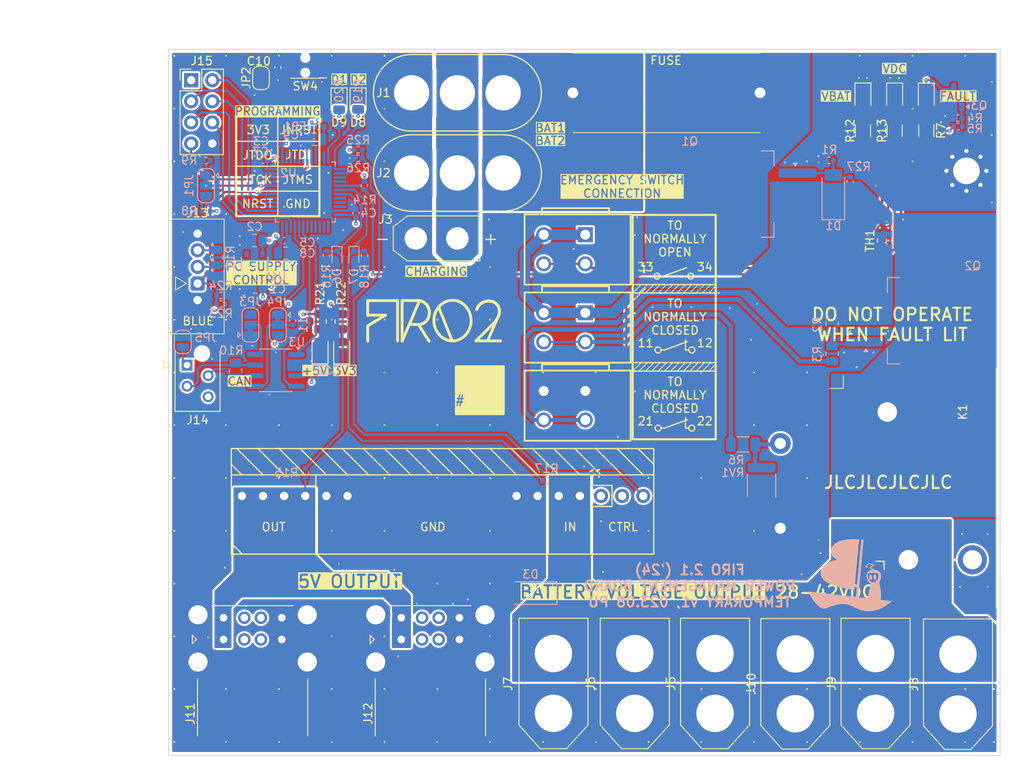
<source format=kicad_pcb>
(kicad_pcb (version 20240108) (generator "pcbnew") (generator_version "8.0")
  (layers (0 "F.Cu" signal) (1 "In1.Cu" signal) (2 "In2.Cu" signal) (31 "B.Cu" signal) (34 "B.Paste" user) (35 "F.Paste" user) (36 "B.SilkS" user "B.Silkscreen") (37 "F.SilkS" user "F.Silkscreen") (38 "B.Mask" user) (39 "F.Mask" user) (44 "Edge.Cuts" user))
  (net 0 "")
  (net 1 "+5V")
  (net 2 "+3V3")
  (net 3 "Net-(JP2-A)")
  (net 4 "Net-(JP3-C)")
  (net 5 "Net-(D1-A)")
  (net 6 "Net-(D2-A)")
  (net 7 "Net-(D2-K)")
  (net 8 "+VDC")
  (net 9 "Net-(D4-A)")
  (net 10 "Net-(D5-A)")
  (net 11 "5V_VOLTAGE")
  (net 12 "BUS_VOLTAGE")
  (net 13 "Net-(Q1-D)")
  (net 14 "+BATT")
  (net 15 "Net-(J1-Pin_2)")
  (net 16 "TR")
  (net 18 "RC")
  (net 27 "PC_REMOTE")
  (net 28 "Net-(J13-Pin_3)")
  (net 29 "Net-(J13-Pin_2)")
  (net 30 "Net-(J14-Pin_1)")
  (net 31 "CAN+")
  (net 32 "CAN-")
  (net 33 "NRST")
  (net 34 "JTDO{slash}TRACESWO")
  (net 35 "JTMS{slash}SWDIO")
  (net 36 "JTCK{slash}SWCLK")
  (net 37 "JNTRST")
  (net 38 "JTDI")
  (net 39 "/BOOT0")
  (net 40 "Net-(JP1-A)")
  (net 41 "Net-(JP1-B)")
  (net 42 "CANSTBY")
  (net 43 "Net-(JP4-C)")
  (net 44 "/SFT_IM")
  (net 46 "Net-(K1-PadA2)")
  (net 47 "Net-(Q2-G)")
  (net 48 "Net-(Q3-G)")
  (net 49 "OnGND")
  (net 50 "Off42V")
  (net 51 "On42V")
  (net 52 "T2")
  (net 53 "BOOT1")
  (net 55 "Net-(D8-A)")
  (net 58 "CANTX")
  (net 62 "Net-(D9-A)")
  (net 76 "Net-(D10-A)")
  (net 78 "Net-(D11-A)")
  (net 79 "CANRX")
  (net 81 "Net-(J1-Pin_3)")
  (net 82 "GND")
  (net 83 "D2")
  (net 84 "D1")
  (net 85 "Net-(U2-VDDA)")
  (footprint "LED_SMD:LED_0805_2012Metric" (layer "F.Cu") (at 186.436 64.262 -90)
    (property "Reference" "D5" (hide yes))
    (property "Value" "LED")
  )
  (footprint "LED_SMD:LED_0805_2012Metric" (layer "F.Cu") (at 190.246 64.262 -90)
    (property "Reference" "D2" (hide yes))
    (property "Value" "LED")
  )
  (footprint "Connector_AMASS:AMASS_XT30U-M_1x02_P5.0mm_Vertical" (layer "F.Cu") (at 128.858 81.28)
    (property "Reference" "J3")
    (property "Value" "CHG_PORT")
  )
  (footprint "firo_footprints:WAGO 2601-3102" (layer "F.Cu") (at 144.24 80.833 -90)
    (property "Reference" "SW3" (hide yes))
    (property "Value" "EMERG_STOP" (hide yes))
  )
  (footprint "firo_footprints:firo_fuse" (layer "F.Cu") (at 159.004 63.754)
    (property "Reference" "F1" (hide yes))
    (property "Value" "20A?")
  )
  (footprint "Connector_AMASS:AMASS_XT60-F_1x02_P7.20mm_Vertical" (layer "F.Cu") (at 145.415 138.43 90)
    (property "Reference" "J7")
    (property "Value" "BAT_OUT3")
  )
  (footprint "firo_footprints:WAGO 2601-3102" (layer "F.Cu") (at 144.24 90.231 -90)
    (property "Reference" "SW1" (hide yes))
    (property "Value" "EMERG_nSTOP" (hide yes))
  )
  (footprint "Connector_USB:USB_A_CUI_UJ2-ADH-TH_Horizontal_Stacked" (layer "F.Cu") (at 105.736 129.54 90)
    (property "Reference" "J11")
    (property "Value" "USB_A_Stacked")
  )
  (footprint "firo_ID:FIRO2.1 (h=5mm)" (layer "F.Cu") (at 130.576651 91.460492)
    (property "Reference" "REF**" (hide yes))
    (property "Value" "FIRO2.1 (h=5mm)")
  )
  (footprint "Connector_PinHeader_2.54mm:PinHeader_2x04_P2.54mm_Vertical" (layer "F.Cu") (at 101.849 62.24)
    (property "Reference" "J15")
    (property "Value" "Conn_01x08_Pin")
  )
  (footprint "Connector_AMASS:AMASS_XT60-F_1x02_P7.20mm_Vertical" (layer "F.Cu") (at 174.498 138.474 90)
    (property "Reference" "J10")
    (property "Value" "BAT_OUT6")
  )
  (footprint "Connector_AMASS:AMASS_XT60-F_1x02_P7.20mm_Vertical" (layer "F.Cu") (at 194.056 138.518 90)
    (property "Reference" "J8")
    (property "Value" "BAT_OUT4")
  )
  (footprint "Resistor_SMD:R_0805_2012Metric" (layer "F.Cu") (at 119.888 91.2895 -90)
    (property "Reference" "R22")
    (property "Value" "120")
  )
  (footprint "LED_SMD:LED_0805_2012Metric" (layer "F.Cu") (at 119.634 64.8485 -90)
    (property "Reference" "D9")
    (property "Value" "B3V1")
  )
  (footprint "Resistor_SMD:R_1206_3216Metric" (layer "F.Cu") (at 190.246 68.326 -90)
    (property "Reference" "R7")
    (property "Value" "R")
  )
  (footprint "Connector_AMASS:AMASS_XT60-F_1x02_P7.20mm_Vertical" (layer "F.Cu") (at 184.15 138.43 90)
    (property "Reference" "J9")
    (property "Value" "BAT_OUT5")
  )
  (footprint "firo_footprints:AMASS_MR60-M_1x03_Vertical" (layer "F.Cu") (at 128.358 73.406)
    (property "Reference" "J2")
    (property "Value" "BAT2_IN")
  )
  (footprint "MountingHole:MountingHole_3.2mm_M3_Pad_Via" (layer "F.Cu") (at 195.072 73.152)
    (property "Reference" "H1" (hide yes))
    (property "Value" "MountingHole_Pad")
  )
  (footprint "Connector_USB:USB_A_CUI_UJ2-ADH-TH_Horizontal_Stacked" (layer "F.Cu") (at 127.112 129.54 90)
    (property "Reference" "J12")
    (property "Value" "USB_A_Stacked")
  )
  (footprint "firo_footprints:AMASS_MR60-M_1x03_Vertical" (layer "F.Cu") (at 128.358 63.754)
    (property "Reference" "J1")
    (property "Value" "BAT1_IN")
  )
  (footprint "firo_footprints:Relpol R40N" (layer "F.Cu") (at 185.674 113.129)
    (property "Reference" "K1")
    (property "Value" "RELPOL R40N")
  )
  (footprint "Button_Switch_SMD:SW_SPST_EVQP7C" (layer "F.Cu") (at 115.57 60.452 180)
    (property "Reference" "SW4")
    (property "Value" "SW_Push")
  )
  (footprint "Resistor_SMD:R_0603_1608Metric" (layer "F.Cu") (at 184.912 81.534 90)
    (property "Reference" "TH1")
    (property "Value" "Board_TH")
  )
  (footprint "LED_SMD:LED_0805_2012Metric" (layer "F.Cu") (at 119.949 94.6835 90)
    (property "Reference" "D11" (hide yes))
    (property "Value" "G2V4")
  )
  (footprint "Connector_AMASS:AMASS_XT60-F_1x02_P7.20mm_Vertical" (layer "F.Cu") (at 164.846 138.43 90)
    (property "Reference" "J5")
    (property "Value" "BAT_OUT1")
  )
  (footprint "LED_SMD:LED_0805_2012Metric" (layer "F.Cu") (at 117.348 94.6835 90)
    (property "Reference" "D10" (hide yes))
    (property "Value" "G2V4")
  )
  (footprint "Resistor_SMD:R_1206_3216Metric" (layer "F.Cu") (at 186.436 68.326 -90)
    (property "Reference" "R13")
    (property "Value" "R")
  )
  (footprint "firo_footprints:MeanWell NID100-R3" (layer "F.Cu") (at 130.81 112.268 90)
    (property "Reference" "J4" (hide yes))
    (property "Value" "5V_Conv_Conn")
  )
  (footprint "Resistor_SMD:R_0805_2012Metric" (layer "F.Cu") (at 117.348 91.2895 -90)
    (property "Reference" "R21")
    (property "Value" "240")
  )
  (footprint "LED_SMD:LED_0805_2012Metric" (layer "F.Cu") (at 182.626 64.262 -90)
    (property "Reference" "D4" (hide yes))
    (property "Value" "LED")
  )
  (footprint "Connector_TE-Connectivity:TE_Micro-MaTch_215079-4_2x02_P1.27mm_Vertical" (layer "F.Cu") (at 101.346 96.52)
    (property "Reference" "J14")
    (property "Value" "CAN")
  )
  (footprint "Jumper:SolderJumper-2_P1.3mm_Bridged_RoundedPad1.0x1.5mm" (layer "F.Cu") (at 110.236 61.976 -90)
    (property "Reference" "JP2")
    (property "Value" "Jumper_2_Small_Bridged")
  )
  (footprint "firo_footprints:WAGO 2601-3102" (layer "F.Cu") (at 144.24 99.629 -90)
    (property "Reference" "SW2" (hide yes))
    (property "Value" "EMERG_nSTOP" (hide yes))
  )
  (footprint "Connector_AMASS:AMASS_XT60-F_1x02_P7.20mm_Vertical" (layer "F.Cu") (at 155.194 138.43 90)
    (property "Reference" "J6")
    (property "Value" "BAT_OUT2")
  )
  (footprint "Resistor_SMD:R_1206_3216Metric" (layer "F.Cu") (at 182.626 68.326 -90)
    (property "Reference" "R12")
    (property "Value" "R")
  )
  (footprint "Capacitor_SMD:C_0402_1005Metric" (layer "F.Cu") (at 112.268 60.706 -90)
    (property "Reference" "C10")
    (property "Value" "100nF")
  )
  (footprint "firo_footprints:TEConnectivity_RITS_Header_3P_V" (layer "F.Cu") (at 102.616 84.702)
    (property "Reference" "J13")
    (property "Value" "PC_Conv_CTRL")
  )
  (footprint "LED_SMD:LED_0805_2012Metric" (layer "F.Cu") (at 121.92 64.8485 -90)
    (property "Reference" "D8")
    (property "Value" "B3V1")
  )
  (footprint "Package_TO_SOT_SMD:SOT-23" (layer "B.Cu") (at 193.548 64.262 90)
    (property "Reference" "Q3")
    (property "Value" "2N7002K")
  )
  (footprint "Resistor_SMD:R_0402_1005Metric" (layer "B.Cu") (at 103.632 78.008)
    (property "Reference" "R8")
    (property "Value" "10k")
  )
  (footprint "Resistor_SMD:R_0805_2012Metric" (layer "B.Cu") (at 104.902 83.566 90)
    (property "Reference" "R11")
    (property "Value" "TRIM_R")
  )
  (footprint "Jumper:SolderJumper-3_P1.3mm_Bridged12_RoundedPad1.0x1.5mm" (layer "B.Cu") (at 103.632 74.93 -90)
    (property "Reference" "JP1")
    (property "Value" "SolderJumper_3_Bridged12")
  )
  (footprint "Diode_SMD:D_SOD-523" (layer "B.Cu") (at 119.38 83.504 -90)
    (property "Reference" "D6")
    (property "Value" "D_Zener")
  )
  (footprint "Capacitor_SMD:C_0805_2012Metric" (layer "B.Cu") (at 116.652 69.342 180)
    (property "Reference" "C9")
    (property "Value" "1uF")
  )
  (footprint "Resistor_SMD:R_0402_1005Metric" (layer "B.Cu") (at 118.11 83.314 90)
    (property "Reference" "R16")
    (property "Value" "R")
  )
  (footprint "Resistor_SMD:R_0402_1005Metric" (layer "B.Cu") (at 103.63 71.912)
    (property "Reference" "R9")
    (property "Value" "10k")
  )
  (footprint "Resistor_SMD:R_0805_2012Metric" (layer "B.Cu") (at 178.925 91.5905 -90)
    (property "Reference" "R2")
    (property "Value" "R")
  )
  (footprint "Package_TO_SOT_SMD:TO-263-2" (layer "B.Cu") (at 190.385 91.186)
    (property "Reference" "Q2")
    (property "Value" "SUM110P06-07L-E3")
  )
  (footprint "Resistor_SMD:R_0805_2012Metric" (layer "B.Cu") (at 121.92 66.6515 90)
    (property "Reference" "R19")
    (property "Value" "20")
  )
  (footprint "Resistor_SMD:R_0402_1005Metric" (layer "B.Cu") (at 122.682 83.312 90)
    (property "Reference" "R18")
    (property "Value" "R")
  )
  (footprint "Capacitor_SMD:C_0402_1005Metric" (layer "B.Cu") (at 113.03 81.534)
    (property "Reference" "C5")
    (property "Value" "100nF")
  )
  (footprint "Resistor_SMD:R_1812_4532Metric" (layer "B.Cu") (at 170.434 110.998 90)
    (property "Reference" "RV1")
    (property "Value" "AV30K1812801NIR1HT")
  )
  (footprint "Capacitor_SMD:C_0805_2012Metric" (layer "B.Cu") (at 109.474 81.534 180)
    (property "Reference" "C2")
    (property "Value" "1uF")
  )
  (footprint "Resistor_SMD:R_0402_1005Metric" (layer "B.Cu") (at 105.41 88.138 180)
    (property "Reference" "R24")
    (property "Value" "10k")
  )
  (footprint "Resistor_SMD:R_0402_1005Metric" (layer "B.Cu") (at 181.102 74.42 -90)
    (property "Reference" "R27")
    (property "Value" "R")
  )
  (footprint "Capacitor_SMD:C_0402_1005Metric" (layer "B.Cu") (at 121.666 78.232 90)
    (property "Reference" "C4")
    (property "Value" "100nF")
  )
  (footprint "Diode_SMD:D_SOD-523" (layer "B.Cu") (at 121.412 83.504 -90)
    (property "Reference" "D7")
    (property "Value" "D_Zener")
  )
  (footprint "Capacitor_SMD:C_0402_1005Metric" (layer "B.Cu") (at 114.046 91.186 -90)
    (property "Reference" "C11")
    (property "Value" "100nF")
  )
  (footprint "Jumper:SolderJumper-2_P1.3mm_Open_RoundedPad1.0x1.5mm" (layer "B.Cu") (at 100.838 93.726 90)
    (property "Reference" "JP5")
    (property "Value" "Jumper_2_Small_Open")
  )
  (footprint "Resistor_SMD:R_0402_1005Metric_Pad0.72x0.64mm_HandSolder" (layer "B.Cu") (at 117.1835 67.818)
    (property "Reference" "FB1")
    (property "Value" "FerriteBead_Small")
  )
  (footprint "Resistor_SMD:R_0402_1005Metric" (layer "B.Cu") (at 122.682 74.93 -90)
    (property "Reference" "R14")
    (property "Value" "5k6")
  )
  (footprint "Resistor_SMD:R_0402_1005Metric" (layer "B.Cu") (at 115.57 109.476 -90)
    (property "Reference" "R15")
    (property "Value" "R")
  )
  (footprint "Resistor_SMD:R_0805_2012Metric" (layer "B.Cu") (at 107.188 97.1785 -90)
    (property "Reference" "R10")
    (property "Value" "120")
  )
  (footprint "Resistor_SMD:R_0402_1005Metric" (layer "B.Cu") (at 105.41 89.154)
    (property "Reference" "R23")
    (property "Value" "10k")
  )
  (footprint "Capacitor_SMD:C_0402_1005Metric" (layer "B.Cu") (at 110.49 71.882 180)
    (property "Reference" "C7")
    (property "Value" "100nF")
  )
  (footprint "Jumper:SolderJumper-3_P1.3mm_Bridged12_RoundedPad1.0x1.5mm" (layer "B.Cu") (at 112.268 91.694 -90)
    (property "Reference" "JP3")
    (property "Value" "SolderJumper_3_Bridged12")
  )
  (footprint "Resistor_SMD:R_0805_2012Metric" (layer "B.Cu") (at 119.634 66.6985 90)
    (property "Reference" "R20")
    (property "Value" "20")
  )
  (footprint "Package_SO:TSOP-5_1.65x3.05mm_P0.95mm" (layer "B.Cu") (at 109.474 84.328 90)
    (property "Reference" "U1")
    (property "Value" "NCP114BSN330T1G")
  )
  (footprint "Resistor_SMD:R_0402_1005Metric" (layer "B.Cu") (at 194.054 67.818 180)
    (property "Reference" "R4")
    (property "Value" "R")
  )
  (footprint "BLUE_ID:BLUE_boat_supersmall" (layer "B.Cu") (at 181.356 122.936 180)
    (property "Reference" "REF**" (hide yes))
    (property "Value" "BLUE_boat_supersmall")
  )
  (footprint "Resistor_SMD:R_0402_1005Metric" (layer "B.Cu") (at 194.054 66.802)
    (property "Reference" "R5")
    (property "Value" "R")
  )
  (footprint "Capacitor_SMD:C_0805_2012Metric" (layer "B.Cu") (at 109.54 87.122 180)
    (property "Reference" "C1")
    (property "Value" "4.7uF")
  )
  (footprint "Capacitor_SMD:C_0805_2012Metric" (layer "B.Cu") (at 113.218 83.058)
    (property "Reference" "C8")
    (property "Value" "10uF")
  )
  (footprint "Diode_SMD:D_SOD-128" (layer "B.Cu") (at 179.07 75.86 90)
    (property "Reference" "D1")
    (property "Value" "10V")
  )
  (footprint "Package_SO:SOIC-8_3.9x4.9mm_P1.27mm" (layer "B.Cu") (at 112.014 97.155 180)
    (property "Reference" "U3")
    (property "Value" "MCP2562-E-SN")
  )
  (footprint "Capacitor_SMD:C_0402_1005Metric" (layer "B.Cu") (at 112.296 69.85 180)
    (property "Reference" "C3")
    (property "Value" "100nF")
  )
  (footprint "Diode_SMD:D_SOD-128" (layer "B.Cu") (at 142.662 123.952 180)
    (property "Reference" "D3")
    (property "Value" "824520331")
  )
  (footprint "Resistor_SMD:R_0805_2012Metric" (layer "B.Cu") (at 178.925 95.1465 -90)
    (property "Reference" "R3")
    (property "Value" "R")
  )
  (footprint "Resistor_SMD:R_0402_1005Metric" (layer "B.Cu") (at 144.59 110.42)
    (property "Reference" "R17")
    (property "Value" "R")
  )
  (footprint "Resistor_SMD:R_0402_1005Metric" (layer "B.Cu") (at 121.918 71.628)
    (property "Reference" "R26")
    (property "Value" "10k")
  )
  (footprint "Jumper:SolderJumper-3_P1.3mm_Bridged12_RoundedPad1.0x1.5mm" (layer "B.Cu") (at 108.966 91.694 90)
    (property "Reference" "JP4")
    (property "Value" "SolderJumper_3_Bridged12")
  )
  (footprint "Package_TO_SOT_SMD:TO-263-2" (layer "B.Cu") (at 167.108 75.946 180)
    (property "Reference" "Q1")
    (property "Value" "SUM110P06-07L-E3")
  )
  (footprint "Resistor_SMD:R_0402_1005Metric" (layer "B.Cu") (at 178.56 71.882)
    (property "Reference" "R1")
    (property "Value" "R")
  )
  (footprint "Resistor_SMD:R_0402_1005Metric" (layer "B.Cu") (at 121.916 70.612 180)
    (property "Reference" "R25")
    (property "Value" "10k")
  )
  (footprint "Capacitor_SMD:C_0402_1005Metric" (layer "B.Cu") (at 116.332 97.15274 -90)
    (property "Reference" "C12")
    (property "Value" "100nF")
  )
  (footprint "Resistor_SMD:R_1206_3216Metric" (layer "B.Cu") (at 168.2095 106.0665)
    (property "Reference" "R6")
    (property "Value" "R")
  )
  (footprint "Package_QFP:LQFP-48_7x7mm_P0.5mm" (layer "B.Cu") (at 115.57 75.692 -90)
    (property "Reference" "U2")
    (property "Value" "STM32F103CBTx")
  )
  (gr_line (start 157.226 97.244) (end 158.242 96.228) (stroke (width 0.1)) (layer "F.SilkS"))
  (gr_line (start 157.988 87.846) (end 159.004 86.83) (stroke (width 0.1)) (layer "F.SilkS"))
  (gr_line (start 161.798 87.846) (end 162.814 86.83) (stroke (width 0.1)) (layer "F.SilkS"))
  (gr_line (start 159.512 97.244) (end 160.528 96.228) (stroke (width 0.1)) (layer "F.SilkS"))
  (gr_line (start 154.94 97.244) (end 155.956 96.228) (stroke (width 0.1)) (layer "F.SilkS"))
  (gr_circle (center 161.925 85.814) (end 162.28421 85.814) (stroke (width 0.15)) (fill none) (layer "F.SilkS"))
  (gr_line (start 157.226 87.846) (end 158.242 86.83) (stroke (width 0.1)) (layer "F.SilkS"))
  (gr_line (start 156.464 97.244) (end 157.48 96.228) (stroke (width 0.1)) (layer "F.SilkS"))
  (gr_line (start 161.29 104.102) (end 161.69279 104.102) (stroke (width 0.15)) (layer "F.SilkS"))
  (gr_line (start 107.268 75.596) (end 117.268 75.596) (stroke (width 0.1)) (layer "F.SilkS"))
  (gr_rect (start 154.94 78.448) (end 164.924 105.448) (stroke (width 0.25)) (fill none) (layer "F.SilkS"))
  (gr_line (start 157.988 97.244) (end 159.004 96.228) (stroke (width 0.1)) (layer "F.SilkS"))
  (gr_line (start 158.75 87.846) (end 159.766 86.83) (stroke (width 0.1)) (layer "F.SilkS"))
  (gr_line (start 117.268 75.596) (end 107.268 75.596) (stroke (width 0.15)) (layer "F.SilkS"))
  (gr_line (start 161.29 94.704) (end 161.29 93.434) (stroke (width 0.15)) (layer "F.SilkS"))
  (gr_line (start 161.798 97.244) (end 162.814 96.228) (stroke (width 0.1)) (layer "F.SilkS"))
  (gr_line (start 161.036 97.244) (end 162.052 96.228) (stroke (width 0.1)) (layer "F.SilkS"))
  (gr_line (start 160.274 97.244) (end 161.29 96.228) (stroke (width 0.1)) (layer "F.SilkS"))
  (gr_line (start 158.75 104.102) (end 161.544 103.086) (stroke (width 0.15)) (layer "F.SilkS"))
  (gr_line (start 154.94 96.228) (end 164.846 96.228) (stroke (width 0.15)) (layer "F.SilkS"))
  (gr_line (start 158.75 104.102) (end 158.34721 104.102) (stroke (width 0.15)) (layer "F.SilkS"))
  (gr_line (start 163.322 97.244) (end 164.338 96.228) (stroke (width 0.1)) (layer "F.SilkS"))
  (gr_line (start 161.036 87.846) (end 162.052 86.83) (stroke (width 0.1)) (layer "F.SilkS"))
  (gr_circle (center 157.861 85.814) (end 158.22021 85.814) (stroke (width 0.15)) (fill none) (layer "F.SilkS"))
  (gr_line (start 156.464 87.846) (end 157.48 86.83) (stroke (width 0.1)) (layer "F.SilkS"))
  (gr_line (start 107.268 66.596) (end 117.268 66.596) (stroke (width 0.25)) (layer "F.SilkS"))
  (gr_line (start 107.268 69.596) (end 117.268 69.596) (stroke (width 0.15)) (layer "F.SilkS"))
  (gr_line (start 117.268 78.596) (end 107.268 78.596) (stroke (width 0.25)) (layer "F.SilkS"))
  (gr_line (start 160.274 87.846) (end 161.29 86.83) (stroke (width 0.1)) (layer "F.SilkS"))
  (gr_line (start 158.75 94.704) (end 161.544 93.688) (stroke (width 0.15)) (layer "F.SilkS"))
  (gr_line (start 155.702 87.846) (end 156.718 86.83) (stroke (width 0.1)) (layer "F.SilkS"))
  (gr_line (start 117.268 72.596) (end 107.268 72.596) (stroke (width 0.15)) (layer "F.SilkS"))
  (gr_circle (center 162.052 104.102) (end 162.41121 104.102) (stroke (width 0.15)) (fill none) (layer "F.SilkS"))
  (gr_circle (center 157.988 94.704) (end 158.34721 94.704) (stroke (width 0.15)) (fill none) (layer "F.SilkS"))
  (gr_circle (center 162.052 94.704) (end 162.41121 94.704) (stroke (width 0.15)) (fill none) (layer "F.SilkS"))
  (gr_line (start 117.268 66.596) (end 117.268 78.596) (stroke (width 0.25)) (layer "F.SilkS"))
  (gr_circle (center 157.988 104.102) (end 158.34721 104.102) (stroke (width 0.15)) (fill none) (layer "F.SilkS"))
  (gr_line (start 154.94 86.83) (end 164.846 86.83) (stroke (width 0.15)) (layer "F.SilkS"))
  (gr_line (start 164.084 87.846) (end 164.846 87.084) (stroke (width 0.1)) (layer "F.SilkS"))
  (gr_line (start 154.94 87.846) (end 155.956 86.83) (stroke (width 0.1)) (layer "F.SilkS"))
  (gr_line (start 162.56 97.244) (end 163.576 96.228) (stroke (width 0.1)) (layer "F.SilkS"))
  (gr_line (start 161.163 85.814) (end 161.56579 85.814) (stroke (width 0.15)) (layer "F.SilkS"))
  (gr_line (start 155.702 97.244) (end 156.718 96.228) (stroke (width 0.1)) (layer "F.SilkS"))
  (gr_line (start 161.29 94.704) (end 161.69279 94.704) (stroke (width 0.15)) (layer "F.SilkS"))
  (gr_line (start 154.94 87.846) (end 164.846 87.846) (stroke (width 0.15)) (layer "F.SilkS"))
  (gr_line (start 158.623 85.814) (end 158.22021 85.814) (stroke (width 0.15)) (layer "F.SilkS"))
  (gr_line (start 162.56 87.846) (end 163.576 86.83) (stroke (width 0.1)) (layer "F.SilkS"))
  (gr_line (start 155.067 97.244) (end 164.846 97.244) (stroke (width 0.15)) (layer "F.SilkS"))
  (gr_line (start 158.75 97.244) (end 159.766 96.228) (stroke (width 0.1)) (layer "F.SilkS"))
  (gr_line (start 159.512 87.846) (end 160.528 86.83) (stroke (width 0.1)) (layer "F.SilkS"))
  (gr_line (start 163.322 87.846) (end 164.338 86.83) (stroke (width 0.1)) (layer "F.SilkS"))
  (gr_line (start 107.268 78.596) (end 107.268 66.596) (stroke (width 0.25)) (layer "F.SilkS"))
  (gr_line (start 161.29 104.102) (end 161.29 102.832) (stroke (width 0.15)) (layer "F.SilkS"))
  (gr_line (start 164.084 97.244) (end 164.846 96.482) (stroke (width 0.1)) (layer "F.SilkS"))
  (gr_line (start 158.623 85.814) (end 161.417 84.798) (stroke (width 0.15)) (layer "F.SilkS"))
  (gr_line (start 112.268 66.596) (end 112.268 78.596) (stroke (width 0.15)) (layer "F.SilkS"))
  (gr_line (start 158.75 94.704) (end 158.34721 94.704) (stroke (width 0.15)) (layer "F.SilkS"))
  (gr_poly (pts (xy 99.122 143.51) (xy 199.122 143.51) (xy 199.122 58.51) (xy 99.122 58.51)) (stroke (width 0.1)) (fill none) (layer "Edge.Cuts"))
  (gr_text "FIRO 2.1 ('24)\nPOWER MANAGEMENT BOARD\nTEMPORARY v1, 023.08 PU" (at 161.798 125.73 0) (layer "B.SilkS") (effects (font (size 1.2 1.2) (thickness 0.24) (bold yes)) (justify bottom mirror)))
  (gr_text "TO\nNORMALLY\nCLOSED" (at 160.02 92.926 0) (layer "F.SilkS") (effects (font (size 1 1)) (justify bottom)))
  (gr_text "NRST" (at 107.868 77.696 0) (layer "F.SilkS") (effects (font (size 1 1)) (justify left bottom)))
  (gr_text "22" (at 162.56 103.848 0) (layer "F.SilkS") (effects (font (size 1 1)) (justify left bottom)))
  (gr_text "CAN" (at 107.696 99.06 0) (layer "F.SilkS" knockout) (effects (font (size 1 1)) (justify bottom)))
  (gr_text "JNRST" (at 112.384 68.8 0) (layer "F.SilkS") (effects (font (size 1 1)) (justify left bottom)))
  (gr_text "JTMS" (at 112.768 74.796 0) (layer "F.SilkS") (effects (font (size 1 1)) (justify left bottom)))
  (gr_text "PROGRAMMING" (at 107.005352 66.572122 0) (layer "F.SilkS" knockout) (effects (font (size 1 0.96)) (justify left bottom)))
  (gr_text "3V3" (at 118.872 97.79 0) (layer "F.SilkS" knockout) (effects (font (size 1 1)) (justify left bottom)))
  (gr_text "CHARGING" (at 131.318 85.852 0) (layer "F.SilkS" knockout) (effects (font (size 1 1)) (justify bottom)))
  (gr_text "21" (at 155.448 103.848 0) (layer "F.SilkS") (effects (font (size 1 1)) (justify left bottom)))
  (gr_text "D2" (at 120.856647 62.745652 0) (layer "F.SilkS" knockout) (effects (font (size 1 1)) (justify left bottom)))
  (gr_text "JLCJLCJLCJLC" (at 177.8 111.506 0) (layer "F.SilkS") (effects (font (size 1.5 1.5) (thickness 0.25) (bold yes)) (justify left bottom)))
  (gr_text "JTDI" (at 113.068 71.796 0) (layer "F.SilkS") (effects (font (size 1 1)) (justify left bottom)))
  (gr_text "12" (at 162.56 94.45 0) (layer "F.SilkS") (effects (font (size 1 1)) (justify left bottom)))
  (gr_text "11" (at 155.448 94.45 0) (layer "F.SilkS") (effects (font (size 1 1)) (justify left bottom)))
  (gr_text "+5V" (at 115.062 97.79 0) (layer "F.SilkS" knockout) (effects (font (size 1 1)) (justify left bottom)))
  (gr_text "BATTERY VOLTAGE OUTPUT" (at 141.224 124.714 0) (layer "F.SilkS" knockout) (effects (font (size 1.5 1.5) (thickness 0.25) (bold yes)) (justify left bottom)))
  (gr_text "33" (at 155.448 85.306 0) (layer "F.SilkS") (effects (font (size 1 1)) (justify left bottom)))
  (gr_text "TO\nNORMALLY\nOPEN" (at 160.02 83.528 0) (layer "F.SilkS") (effects (font (size 1 1)) (justify bottom)))
  (gr_text "34" (at 162.56 85.306 0) (layer "F.SilkS") (effects (font (size 1 1)) (justify left bottom)))
  (gr_text "DO NOT OPERATE\nWHEN FAULT LIT" (at 186.182 93.726 0) (layer "F.SilkS") (effects (font (size 1.5 1.5) (thickness 0.25) (bold yes)) (justify bottom)))
  (gr_text "FAULT\n" (at 191.77 64.77 0) (layer "F.SilkS" knockout) (effects (font (size 1 1)) (justify left bottom)))
  (gr_text "#" (at 133.55711 101.346 0) (layer "F.SilkS" knockout) (effects (font (size 1 1)) (justify left bottom)))
  (gr_text "3V3" (at 108.447 68.8 0) (layer "F.SilkS") (effects (font (size 1 1)) (justify left bottom)))
  (gr_text "5V OUTPUT" (at 114.554 123.444 0) (layer "F.SilkS" knockout) (effects (font (size 1.5 1.5) (thickness 0.25) (bold yes)) (justify left bottom)))
  (gr_text "VDC" (at 184.912 61.468 0) (layer "F.SilkS" knockout) (effects (font (size 1 1)) (justify left bottom)))
  (gr_text "PC SUPPLY\nCONTROL" (at 110.236 86.868 0) (layer "F.SilkS" knockout) (effects (font (size 1 1)) (justify bottom)))
  (gr_text "JTCK" (at 107.968 74.796 0) (layer "F.SilkS") (effects (font (size 1 1)) (justify left bottom)))
  (gr_text "TO\nNORMALLY\nCLOSED" (at 160.02 102.324 0) (layer "F.SilkS") (effects (font (size 1 1)) (justify bottom)))
  (gr_text "D1" (at 118.552516 62.745652 0) (layer "F.SilkS" knockout) (effects (font (size 1 1)) (justify left bottom)))
  (gr_text "28-42VDC" (at 171.958 124.714 0) (layer "F.SilkS") (effects (font (size 1.5 1.5) (thickness 0.25) (bold yes)) (justify left bottom)))
  (gr_text "JTDO" (at 107.939 71.848 0) (layer "F.SilkS") (effects (font (size 1 1)) (justify left bottom)))
  (gr_text "EMERGENCY SWITCH\nCONNECTION" (at 153.67 76.454 0) (layer "F.SilkS" knockout) (effects (font (size 1 1)) (justify bottom)))
  (gr_text "VBAT" (at 177.546 64.77 0) (layer "F.SilkS" knockout) (effects (font (size 1 1)) (justify left bottom)))
  (gr_text "BAT2" (at 145.034 70.104 0) (layer "F.SilkS" knockout) (effects (font (size 1 1)) (justify bottom)))
  (gr_text "BAT1" (at 145.034 68.58 0) (layer "F.SilkS" knockout) (effects (font (size 1 1)) (justify bottom)))
  (gr_text "GND\n" (at 113.068 77.696 0) (layer "F.SilkS") (effects (font (size 1 1)) (justify left bottom)))
  (segment (start 115.363 90.377) (end 117.348 90.377) (width 0.254) (layer "F.Cu") (net 1))
  (segment (start 115.316 90.424) (end 115.363 90.377) (width 0.254) (layer "F.Cu") (net 1))
  (via (at 110.49 88.265) (size 0.45) (drill 0.2) (layers "F.Cu" "B.Cu") (net 1))
  (via (at 107.95 85.488) (size 0.45) (drill 0.2) (layers "F.Cu" "B.Cu") (net 1))
  (via (at 107.442 84.836) (size 0.45) (drill 0.2) (layers "F.Cu" "B.Cu") (net 1))
  (via (at 111.506 87.122) (size 0.45) (drill 0.2) (layers "F.Cu" "B.Cu") (net 1))
  (via (at 107.442 86.106) (size 0.45) (drill 0.2) (layers "F.Cu" "B.Cu") (net 1))
  (via (at 111.887 93.98) (size 0.45) (drill 0.2) (layers "F.Cu" "B.Cu") (net 1))
  (via (at 116.332 98.552) (size 0.45) (drill 0.2) (layers "F.Cu" "B.Cu") (net 1))
  (via (at 115.316 90.424) (size 0.45) (drill 0.2) (layers "F.Cu" "B.Cu") (net 1))
  (segment (start 108.524 85.488) (end 108.348 85.488) (width 0.254) (layer "B.Cu") (net 1))
  (segment (start 116.332 97.63274) (end 116.332 98.552) (width 0.254) (layer "B.Cu") (net 1))
  (segment (start 112.268 93.599) (end 111.887 93.98) (width 0.254) (layer "B.Cu") (net 1))
  (segment (start 110.49 87.122) (end 110.49 88.265) (width 0.254) (layer "B.Cu") (net 1))
  (segment (start 112.268 92.994) (end 112.268 93.599) (width 0.254) (layer "B.Cu") (net 1))
  (segment (start 115.57 109.986) (end 115.57 112.268) (width 0.254) (layer "B.Cu") (net 1))
  (segment (start 110.49 85.554) (end 110.424 85.488) (width 0.254) (layer "B.Cu") (net 1))
  (segment (start 110.49 87.122) (end 110.49 85.554) (width 0.254) (layer "B.Cu") (net 1))
  (segment (start 116.332 97.63274) (end 116.17474 97.79) (width 0.254) (layer "B.Cu") (net 1))
  (segment (start 114.489 97.79) (end 116.17474 97.79) (width 0.254) (layer "B.Cu") (net 1))
  (segment (start 110.49 87.122) (end 111.506 87.122) (width 0.254) (layer "B.Cu") (net 1))
  (segment (start 119.841 90.377) (end 118.618 89.154) (width 0.254) (layer "F.Cu") (net 2))
  (segment (start 119.888 90.377) (end 119.841 90.377) (width 0.254) (layer "F.Cu") (net 2))
  (via (at 121.666 79.502) (size 0.45) (drill 0.2) (layers "F.Cu" "B.Cu") (net 2))
  (via (at 111.76 71.628) (size 0.45) (drill 0.2) (layers "F.Cu" "B.Cu") (net 2))
  (via (at 104.902 77.978) (size 0.45) (drill 0.2) (layers "F.Cu" "B.Cu") (net 2))
  (via (at 112.014 81.026) (size 0.45) (drill 0.2) (layers "F.Cu" "B.Cu") (net 2))
  (via (at 113.538 89.154) (size 0.45) (drill 0.2) (layers "F.Cu" "B.Cu") (net 2))
  (via (at 120.904 70.612) (size 0.45) (drill 0.2) (layers "F.Cu" "B.Cu") (net 2))
  (via (at 122.682 73.66) (size 0.45) (drill 0.2) (layers "F.Cu" "B.Cu") (net 2))
  (via (at 111.252 81.534) (size 0.45) (drill 0.2) (layers "F.Cu" "B.Cu") (net 2))
  (via (at 117.094 67.056) (size 0.45) (drill 0.2) (layers "F.Cu" "B.Cu") (net 2))
  (via (at 104.648 89.916) (size 0.45) (drill 0.2) (layers "F.Cu" "B.Cu") (net 2))
  (via (at 118.618 89.154) (size 0.45) (drill 0.2) (layers "F.Cu" "B.Cu") (net 2))
  (via (at 116.332 67.31) (size 0.45) (drill 0.2) (layers "F.Cu" "B.Cu") (net 2))
  (via (at 113.284 69.85) (size 0.45) (drill 0.2) (layers "F.Cu" "B.Cu") (net 2))
  (segment (start 105.92 89.154) (end 105.158 89.916) (width 0.254) (layer "B.Cu") (net 2))
  (segment (start 104.872 78.008) (end 104.902 77.978) (width 0.254) (layer "B.Cu") (net 2))
  (segment (start 112.522 81.534) (end 112.014 81.026) (width 0.254) (layer "B.Cu") (net 2))
  (segment (start 110.97 71.882) (end 110.97 72.942) (width 0.254) (layer "B.Cu") (net 2))
  (segment (start 110.424 81.534) (end 111.252 81.534) (width 0.254) (layer "B.Cu") (net 2))
  (segment (start 110.424 83.168) (end 110.424 81.534) (width 0.254) (layer "B.Cu") (net 2))
  (segment (start 105.158 89.916) (end 104.648 89.916) (width 0.254) (layer "B.Cu") (net 2))
  (segment (start 119.7325 78.442) (end 121.396 78.442) (width 0.254) (layer "B.Cu") (net 2))
  (segment (start 116.586 67.818) (end 117.094 67.31) (width 0.254) (layer "B.Cu") (net 2))
  (segment (start 104.142 78.008) (end 104.872 78.008) (width 0.254) (layer "B.Cu") (net 2))
  (segment (start 112.55 82.776) (end 112.268 83.058) (width 0.254) (layer "B.Cu") (net 2))
  (segment (start 112.82 69.894) (end 112.776 69.85) (width 0.254) (layer "B.Cu") (net 2))
  (segment (start 110.97 71.882) (end 111.506 71.882) (width 0.254) (layer "B.Cu") (net 2))
  (segment (start 116.586 67.818) (end 116.586 67.564) (width 0.254) (layer "B.Cu") (net 2))
  (segment (start 121.406 70.612) (end 120.904 70.612) (width 0.254) (layer "B.Cu") (net 2))
  (segment (start 112.55 81.534) (end 112.55 82.776) (width 0.254) (layer "B.Cu") (net 2))
  (segment (start 116.586 67.564) (end 116.332 67.31) (width 0.254) (layer "B.Cu") (net 2))
  (segment (start 111.506 71.882) (end 111.76 71.628) (width 0.254) (layer "B.Cu") (net 2))
  (segment (start 112.82 71.5295) (end 112.82 69.894) (width 0.254) (layer "B.Cu") (net 2))
  (segment (start 117.094 67.31) (end 117.094 67.056) (width 0.254) (layer "B.Cu") (net 2))
  (segment (start 113.538 89.154) (end 113.508 89.154) (width 0.254) (layer "B.Cu") (net 2))
  (segment (start 121.396 78.442) (end 121.666 78.712) (width 0.254) (layer "B.Cu") (net 2))
  (segment (start 110.97 72.942) (end 111.4075 72.942) (width 0.254) (layer "B.Cu") (net 2))
  (segment (start 112.776 69.85) (end 113.284 69.85) (width 0.254) (layer "B.Cu") (net 2))
  (segment (start 122.682 74.42) (end 122.682 73.66) (width 0.254) (layer "B.Cu") (net 2))
  (segment (start 121.666 78.712) (end 121.666 79.502) (width 0.254) (layer "B.Cu") (net 2))
  (segment (start 112.55 81.534) (end 112.522 81.534) (width 0.254) (layer "B.Cu") (net 2))
  (segment (start 112.82 79.8545) (end 112.82 81.264) (width 0.254) (layer "B.Cu") (net 2))
  (segment (start 112.82 81.264) (end 112.55 81.534) (width 0.254) (layer "B.Cu") (net 2))
  (segment (start 113.508 89.154) (end 112.268 90.394) (width 0.254) (layer "B.Cu") (net 2))
  (segment (start 112.268 60.226) (end 113.005393 60.226) (width 0.254) (layer "F.Cu") (net 3))
  (segment (start 113.005393 60.226) (end 113.499393 59.732) (width 0.254) (layer "F.Cu") (net 3))
  (segment (start 110.236 61.326) (end 110.473507 61.326) (width 0.254) (layer "F.Cu") (net 3))
  (segment (start 113.877928 59.732) (end 113.77 59.732) (width 0.254) (layer "F.Cu") (net 3))
  (segment (start 116.564036 60.430036) (end 114.575964 60.430036) (width 0.254) (layer "F.Cu") (net 3))
  (segment (start 111.573507 60.226) (end 112.268 60.226) (width 0.254) (layer "F.Cu") (net 3))
  (segment (start 110.473507 61.326) (end 111.573507 60.226) (width 0.254) (layer "F.Cu") (net 3))
  (segment (start 113.499393 59.732) (end 113.77 59.732) (width 0.254) (layer "F.Cu") (net 3))
  (segment (start 117.37 59.732) (end 117.262072 59.732) (width 0.254) (layer "F.Cu") (net 3))
  (segment (start 114.575964 60.430036) (end 113.877928 59.732) (width 0.254) (layer "F.Cu") (net 3))
  (segment (start 117.262072 59.732) (end 116.564036 60.430036) (width 0.254) (layer "F.Cu") (net 3))
  (segment (start 112.268 91.694) (end 114.018 91.694) (width 0.254) (layer "B.Cu") (net 4))
  (segment (start 114.018 91.694) (end 114.046 91.666) (width 0.254) (layer "B.Cu") (net 4))
  (segment (start 112.268 91.694) (end 111.252 91.694) (width 0.254) (layer "B.Cu") (net 4))
  (segment (start 110.998 91.948) (end 110.998 98.575999) (width 0.254) (layer "B.Cu") (net 4))
  (segment (start 110.513999 99.06) (end 109.539 99.06) (width 0.254) (layer "B.Cu") (net 4))
  (segment (start 110.998 98.575999) (end 110.513999 99.06) (width 0.254) (layer "B.Cu") (net 4))
  (segment (start 111.252 91.694) (end 110.998 91.948) (width 0.254) (layer "B.Cu") (net 4))
  (segment (start 174.758 73.406) (end 178.816 73.406) (width 0.254) (layer "B.Cu") (net 5))
  (segment (start 181.102 73.91) (end 179.32 73.91) (width 0.254) (layer "B.Cu") (net 5))
  (segment (start 178.816 73.406) (end 179.07 73.66) (width 0.254) (layer "B.Cu") (net 5))
  (segment (start 179.32 73.91) (end 179.07 73.66) (width 0.254) (layer "B.Cu") (net 5))
  (segment (start 179.07 73.66) (end 179.07 71.882) (width 0.254) (layer "B.Cu") (net 5))
  (segment (start 190.246 66.8635) (end 190.246 65.1995) (width 0.254) (layer "F.Cu") (net 6))
  (segment (start 190.246 63.3245) (end 190.246 62.23) (width 0.254) (layer "F.Cu") (net 7))
  (via (at 190.246 62.23) (size 0.45) (drill 0.2) (layers "F.Cu" "B.Cu") (net 7))
  (segment (start 190.246 62.23) (end 191.008 62.23) (width 0.254) (layer "B.Cu") (net 7))
  (segment (start 191.008 62.23) (end 192.1025 63.3245) (width 0.254) (layer "B.Cu") (net 7))
  (segment (start 192.1025 63.3245) (end 193.548 63.3245) (width 0.254) (layer "B.Cu") (net 7))
  (segment (start 156.972 86.36) (end 154.178 89.154) (width 0.254) (layer "F.Cu") (net 8))
  (segment (start 182.626 86.36) (end 156.972 86.36) (width 0.254) (layer "F.Cu") (net 8))
  (segment (start 186.436 82.55) (end 182.626 86.36) (width 0.254) (layer "F.Cu") (net 8))
  (segment (start 154.178 105.41) (end 149.352 110.236) (width 0.254) (layer "F.Cu") (net 8))
  (segment (start 154.178 89.154) (end 154.178 105.41) (width 0.254) (layer "F.Cu") (net 8))
  (segment (start 186.436 69.7885) (end 186.436 82.55) (width 0.254) (layer "F.Cu") (net 8))
  (segment (start 182.626 66.8635) (end 182.626 65.1995) (width 0.254) (layer "F.Cu") (net 9))
  (segment (start 186.436 66.8635) (end 186.436 65.1995) (width 0.254) (layer "F.Cu") (net 10))
  (segment (start 118.11 82.804) (end 119.38 82.804) (width 0.254) (layer "B.Cu") (net 11))
  (segment (start 121.795 80.389) (end 119.38 82.804) (width 0.254) (layer "B.Cu") (net 11))
  (segment (start 115.57 108.966) (end 120.057 104.479) (width 0.254) (layer "B.Cu") (net 11))
  (segment (start 119.7325 75.942) (end 120.9 75.942) (width 0.254) (layer "B.Cu") (net 11))
  (segment (start 122.303 77.345) (end 122.303 79.881) (width 0.254) (layer "B.Cu") (net 11))
  (segment (start 120.9 75.942) (end 122.303 77.345) (width 0.254) (layer "B.Cu") (net 11))
  (segment (start 122.303 79.881) (end 121.666 80.518) (width 0.254) (layer "B.Cu") (net 11))
  (segment (start 120.057 104.479) (end 120.057 83.481) (width 0.254) (layer "B.Cu") (net 11))
  (segment (start 120.057 83.481) (end 119.38 82.804) (width 0.254) (layer "B.Cu") (net 11))
  (segment (start 121.412 82.296) (end 122.936 80.772) (width 0.254) (layer "B.Cu") (net 12))
  (segment (start 139.324 105.664) (end 122.428 105.664) (width 0.254) (layer "B.Cu") (net 12))
  (segment (start 120.735 83.481) (end 121.412 82.804) (width 0.254) (layer "B.Cu") (net 12))
  (segment (start 121.412 82.804) (end 121.412 82.296) (width 0.254) (layer "B.Cu") (net 12))
  (segment (start 122.428 105.664) (end 120.735 103.971) (width 0.254) (layer "B.Cu") (net 12))
  (segment (start 144.08 110.42) (end 139.324 105.664) (width 0.254) (layer "B.Cu") (net 12))
  (segment (start 121.483026 75.442) (end 119.7325 75.442) (width 0.254) (layer "B.Cu") (net 12))
  (segment (start 122.936 80.772) (end 122.936 76.894974) (width 0.254) (layer "B.Cu") (net 12))
  (segment (start 120.735 103.971) (end 120.735 83.481) (width 0.254) (layer "B.Cu") (net 12))
  (segment (start 122.68 82.804) (end 122.682 82.802) (width 0.254) (layer "B.Cu") (net 12))
  (segment (start 121.412 82.804) (end 122.68 82.804) (width 0.254) (layer "B.Cu") (net 12))
  (segment (start 122.936 76.894974) (end 121.483026 75.442) (width 0.254) (layer "B.Cu") (net 12))
  (segment (start 185.464 79.248) (end 185.674 79.038) (width 0.254) (layer "F.Cu") (net 14))
  (segment (start 183.8345 69.7885) (end 182.626 69.7885) (width 0.254) (layer "F.Cu") (net 14))
  (segment (start 185.674 71.628) (end 183.8345 69.7885) (width 0.254) (layer "F.Cu") (net 14))
  (segment (start 185.674 79.038) (end 185.674 71.628) (width 0.254) (layer "F.Cu") (net 14))
  (via (at 185.464 79.248) (size 0.45) (drill 0.2) (layers "F.Cu" "B.Cu") (net 14))
  (segment (start 144.24 90.231) (end 141.986 87.977) (width 1.27) (layer "B.Cu") (net 14))
  (segment (start 141.986 83.087) (end 144.24 80.833) (width 1.27) (layer "B.Cu") (net 14))
  (segment (start 149.24 90.231) (end 144.24 90.231) (width 1.27) (layer "B.Cu") (net 14))
  (segment (start 152.593 90.231) (end 149.24 90.231) (width 1.27) (layer "B.Cu") (net 14))
  (segment (start 144.24 80.833) (end 149.24 80.833) (width 1.27) (layer "B.Cu") (net 14))
  (segment (start 180.703 86.614) (end 156.21 86.614) (width 1.27) (layer "B.Cu") (net 14))
  (segment (start 156.21 86.614) (end 152.593 90.231) (width 1.27) (layer "B.Cu") (net 14))
  (segment (start 182.735 88.646) (end 180.703 86.614) (width 1.27) (layer "B.Cu") (net 14))
  (segment (start 141.986 87.977) (end 141.986 83.087) (width 1.27) (layer "B.Cu") (net 14))
  (segment (start 122.426 70.612) (end 122.426 71.626) (width 0.254) (layer "B.Cu") (net 18))
  (segment (start 120.614 73.442) (end 119.7325 73.442) (width 0.254) (layer "B.Cu") (net 18))
  (segment (start 124.46 76.2) (end 124.46 85.616646) (width 0.254) (layer "B.Cu") (net 18))
  (segment (start 122.428 71.628) (end 123.444 72.644) (width 0.254) (layer "B.Cu") (net 18))
  (segment (start 123.444 72.644) (end 123.444 75.184) (width 0.254) (layer "B.Cu") (net 18))
  (segment (start 122.428 71.628) (end 120.614 73.442) (width 0.254) (layer "B.Cu") (net 18))
  (segment (start 124.46 85.616646) (end 121.412 88.664646) (width 0.254) (layer "B.Cu") (net 18))
  (segment (start 121.412 88.664646) (end 121.412 103.632) (width 0.254) (layer "B.Cu") (net 18))
  (segment (start 150.603354 109.474) (end 150.647354 109.43) (width 0.254) (layer "B.Cu") (net 18))
  (segment (start 122.682 104.902) (end 139.7 104.902) (width 0.254) (layer "B.Cu") (net 18))
  (segment (start 123.444 75.184) (end 124.46 76.2) (width 0.254) (layer "B.Cu") (net 18))
  (segment (start 139.7 104.902) (end 144.272 109.474) (width 0.254) (layer "B.Cu") (net 18))
  (segment (start 150.647354 109.43) (end 153.372 109.43) (width 0.254) (layer "B.Cu") (net 18))
  (segment (start 121.412 103.632) (end 122.682 104.902) (width 0.254) (layer "B.Cu") (net 18))
  (segment (start 122.426 71.626) (end 122.428 71.628) (width 0.254) (layer "B.Cu") (net 18))
  (segment (start 144.272 109.474) (end 150.603354 109.474) (width 0.254) (layer "B.Cu") (net 18))
  (segment (start 153.372 109.43) (end 156.21 112.268) (width 0.254) (layer "B.Cu") (net 18))
  (segment (start 102.616 86.702) (end 104.14 85.178) (width 0.254) (layer "F.Cu") (net 27))
  (segment (start 104.14 85.178) (end 104.14 77.47) (width 0.254) (layer "F.Cu") (net 27))
  (segment (start 104.14 77.47) (end 105.918 75.692) (width 0.254) (layer "F.Cu") (net 27))
  (segment (start 105.918 75.692) (end 109.728 75.692) (width 0.254) (layer "F.Cu") (net 27))
  (via (at 109.728 75.692) (size 0.45) (drill 0.2) (layers "F.Cu" "B.Cu") (net 27))
  (segment (start 104.228 86.702) (end 102.616 86.702) (width 0.254) (layer "B.Cu") (net 27))
  (segment (start 104.9 89.154) (end 104.9 88.138) (width 0.254) (layer "B.Cu") (net 27))
  (segment (start 104.9 87.374) (end 104.228 86.702) (width 0.254) (layer "B.Cu") (net 27))
  (segment (start 104.9 88.138) (end 104.9 87.374) (width 0.254) (layer "B.Cu") (net 27))
  (segment (start 109.728 75.692) (end 109.978 75.942) (width 0.254) (layer "B.Cu") (net 27))
  (segment (start 109.978 75.942) (end 111.4075 75.942) (width 0.254) (layer "B.Cu") (net 27))
  (segment (start 102.616 82.702) (end 104.8535 82.702) (width 0.254) (layer "B.Cu") (net 28))
  (segment (start 104.8535 82.702) (end 104.902 82.6535) (width 0.254) (layer "B.Cu") (net 28))
  (segment (start 102.616 84.702) (end 104.6785 84.702) (width 0.254) (layer "B.Cu") (net 29))
  (segment (start 104.6785 84.702) (end 104.902 84.4785) (width 0.254) (layer "B.Cu") (net 29))
  (segment (start 100.838 96.012) (end 100.838 94.376) (width 0.254) (layer "B.Cu") (net 30))
  (segment (start 101.346 96.52) (end 100.838 96.012) (width 0.254) (layer "B.Cu") (net 30))
  (segment (start 102.616 97.028) (end 102.616 98.552) (width 0.254) (layer "B.Cu") (net 31))
  (segment (start 107.442 96.52) (end 107.188 96.266) (width 0.254) (layer "B.Cu") (net 31))
  (segment (start 107.188 96.266) (end 106.934 96.52) (width 0.254) (layer "B.Cu") (net 31))
  (segment (start 109.539 96.52) (end 107.442 96.52) (width 0.254) (layer "B.Cu") (net 31))
  (segment (start 102.108 99.06) (end 101.346 99.06) (width 0.254) (layer "B.Cu") (net 31))
  (segment (start 103.124 96.52) (end 102.616 97.028) (width 0.254) (layer "B.Cu") (net 31))
  (segment (start 106.934 96.52) (end 103.124 96.52) (width 0.254) (layer "B.Cu") (net 31))
  (segment (start 102.616 98.552) (end 102.108 99.06) (width 0.254) (layer "B.Cu") (net 31))
  (segment (start 106.981 98.091) (end 105.918 97.028) (width 0.254) (layer "B.Cu") (net 32))
  (segment (start 107.489 97.79) (end 107.188 98.091) (width 0.254) (layer "B.Cu") (net 32))
  (segment (start 104.648 97.028) (end 103.886 97.79) (width 0.254) (layer "B.Cu") (net 32))
  (segment (start 109.539 97.79) (end 107.489 97.79) (width 0.254) (layer "B.Cu") (net 32))
  (segment (start 105.918 97.028) (end 104.648 97.028) (width 0.254) (layer "B.Cu") (net 32))
  (segment (start 107.188 98.091) (end 106.981 98.091) (width 0.254) (layer "B.Cu") (net 32))
  (segment (start 101.849 72.131) (end 101.849 69.86) (width 0.254) (layer "F.Cu") (net 33))
  (segment (start 110.632 62.626) (end 115.824 67.818) (width 0.254) (layer "F.Cu") (net 33))
  (segment (start 114.3 74.168) (end 103.886 74.168) (width 0.254) (layer "F.Cu") (net 33))
  (segment (start 115.824 72.644) (end 114.3 74.168) (width 0.254) (layer "F.Cu") (net 33))
  (segment (start 110.236 62.626) (end 110.632 62.626) (width 0.254) (layer "F.Cu") (net 33))
  (segment (start 115.824 67.818) (end 115.824 72.644) (width 0.254) (layer "F.Cu") (net 33))
  (segment (start 103.886 74.168) (end 101.849 72.131) (width 0.254) (layer "F.Cu") (net 33))
  (via (at 115.824 72.644) (size 0.45) (drill 0.2) (layers "F.Cu" "B.Cu") (net 33))
  (segment (start 115.82 71.5295) (end 115.82 72.64) (width 0.254) (layer "B.Cu") (net 33))
  (segment (start 115.82 72.64) (end 115.824 72.644) (width 0.254) (layer "B.Cu") (net 33))
  (segment (start 109.259026 77.442) (end 107.95 76.132974) (width 0.254) (layer "B.Cu") (net 34))
  (segment (start 107.95 65.278) (end 106.172 63.5) (width 0.254) (layer "B.Cu") (net 34))
  (segment (start 103.129 63.5) (end 101.849 64.78) (width 0.254) (layer "B.Cu") (net 34))
  (segment (start 111.4075 77.442) (end 109.259026 77.442) (width 0.254) (layer "B.Cu") (net 34))
  (segment (start 106.172 63.5) (end 103.129 63.5) (width 0.254) (layer "B.Cu") (net 34))
  (segment (start 107.95 76.132974) (end 107.95 65.278) (width 0.254) (layer "B.Cu") (net 34))
  (segment (start 112.372408 78.994) (end 107.696 78.994) (width 0.254) (layer "B.Cu") (net 35))
  (segment (start 113.563592 78.79) (end 112.576408 78.79) (width 0.254) (layer "B.Cu") (net 35))
  (segment (start 113.82 79.8545) (end 113.82 79.046408) (width 0.254) (layer "B.Cu") (net 35))
  (segment (start 105.664 68.595) (end 104.389 67.32) (width 0.254) (layer "B.Cu") (net 35))
  (segment (start 105.664 76.962) (end 105.664 68.595) (width 0.254) (layer "B.Cu") (net 35))
  (segment (start 107.696 78.994) (end 105.664 76.962) (width 0.254) (layer "B.Cu") (net 35))
  (segment (start 112.576408 78.79) (end 112.372408 78.994) (width 0.254) (layer "B.Cu") (net 35))
  (segment (start 113.82 79.046408) (end 113.563592 78.79) (width 0.254) (layer "B.Cu") (net 35))
  (segment (start 111.4075 78.442) (end 108.16 78.442) (width 0.254) (layer "B.Cu") (net 36))
  (segment (start 106.021 66.143) (end 103.026 66.143) (width 0.254) (layer "B.Cu") (net 36))
  (segment (start 103.026 66.143) (end 101.849 67.32) (width 0.254) (layer "B.Cu") (net 36))
  (segment (start 108.16 78.442) (end 106.426 76.708) (width 0.254) (layer "B.Cu") (net 36))
  (segment (start 106.426 76.708) (end 106.426 66.548) (width 0.254) (layer "B.Cu") (net 36))
  (segment (start 106.426 66.548) (end 106.021 66.143) (width 0.254) (layer "B.Cu") (net 36))
  (segment (start 109.962 76.942) (end 108.712 75.692) (width 0.254) (layer "B.Cu") (net 37))
  (segment (start 106.182 62.24) (end 104.389 62.24) (width 0.254) (layer "B.Cu") (net 37))
  (segment (start 111.4075 76.942) (end 109.962 76.942) (width 0.254) (layer "B.Cu") (net 37))
  (segment (start 108.712 75.692) (end 108.712 64.77) (width 0.254) (layer "B.Cu") (net 37))
  (segment (start 108.712 64.77) (end 106.182 62.24) (width 0.254) (layer "B.Cu") (net 37))
  (segment (start 107.188 76.454) (end 107.188 65.786) (width 0.254) (layer "B.Cu") (net 38))
  (segment (start 111.4075 77.942) (end 108.676 77.942) (width 0.254) (layer "B.Cu") (net 38))
  (segment (start 106.182 64.78) (end 104.389 64.78) (width 0.254) (layer "B.Cu") (net 38))
  (segment (start 107.188 65.786) (end 106.182 64.78) (width 0.254) (layer "B.Cu") (net 38))
  (segment (start 108.676 77.942) (end 107.188 76.454) (width 0.254) (layer "B.Cu") (net 38))
  (segment (start 110.236 74.942) (end 110.224 74.93) (width 0.254) (layer "F.Cu") (net 39))
  (segment (start 110.224 74.93) (end 103.632 74.93) (width 0.254) (layer "F.Cu") (net 39))
  (via (at 103.632 74.93) (size 0.45) (drill 0.2) (layers "F.Cu" "B.Cu") (net 39))
  (via (at 110.236 74.942) (size 0.45) (drill 0.2) (layers "F.Cu" "B.Cu") (net 39))
  (segment (start 110.236 74.942) (end 111.4075 74.942) (width 0.254) (layer "B.Cu") (net 39))
  (segment (start 103.632 73.63) (end 103.632 72.42) (width 0.254) (layer "B.Cu") (net 40))
  (segment (start 103.632 72.42) (end 104.14 71.912) (width 0.254) (layer "B.Cu") (net 40))
  (segment (start 103.122 76.74) (end 103.632 76.23) (width 0.254) (layer "B.Cu") (net 41))
  (segment (start 103.122 78.008) (end 103.122 76.74) (width 0.254) (layer "B.Cu") (net 41))
  (segment (start 109.25 90.394) (end 108.966 90.394) (width 0.254) (layer "B.Cu") (net 42))
  (segment (start 111.042 88.602) (end 109.25 90.394) (width 0.254) (layer "B.Cu") (net 42))
  (segment (start 114.32 81.342072) (end 115.315 82.337072) (width 0.254) (layer "B.Cu") (net 42))
  (segment (start 114.32 79.8545) (end 114.32 81.342072) (width 0.254) (layer "B.Cu") (net 42))
  (segment (start 115.315 82.337072) (end 115.315 86.869) (width 0.254) (layer "B.Cu") (net 42))
  (segment (start 115.315 86.869) (end 113.582 88.602) (width 0.254) (layer "B.Cu") (net 42))
  (segment (start 113.582 88.602) (end 111.042 88.602) (width 0.254) (layer "B.Cu") (net 42))
  (segment (start 109.539 95.25) (end 110.236 95.25) (width 0.254) (layer "B.Cu") (net 43))
  (segment (start 110.236 95.25) (end 110.236 91.948) (width 0.254) (layer "B.Cu") (net 43))
  (segment (start 109.982 91.694) (end 108.966 91.694) (width 0.254) (layer "B.Cu") (net 43))
  (segment (start 110.236 91.948) (end 109.982 91.694) (width 0.254) (layer "B.Cu") (net 43))
  (segment (start 189.0375 69.7885) (end 190.246 69.7885) (width 0.254) (layer "F.Cu") (net 44))
  (segment (start 187.198 78.74) (end 187.198 71.628) (width 0.254) (layer "F.Cu") (net 44))
  (segment (start 187.452 78.994) (end 187.198 78.74) (width 0.254) (layer "F.Cu") (net 44))
  (segment (start 187.198 71.628) (end 189.0375 69.7885) (width 0.254) (layer "F.Cu") (net 44))
  (via (at 187.452 78.994) (size 0.45) (drill 0.2) (layers "F.Cu" "B.Cu") (net 44))
  (segment (start 169.672 108.8605) (end 170.434 108.8605) (width 0.508) (layer "B.Cu") (net 46))
  (segment (start 169.672 106.0665) (end 169.672 108.8605) (width 0.508) (layer "B.Cu") (net 46))
  (segment (start 169.672 106.0665) (end 172.5765 106.0665) (width 0.508) (layer "B.Cu") (net 46))
  (segment (start 172.5765 106.0665) (end 172.694 105.949) (width 0.508) (layer "B.Cu") (net 46))
  (segment (start 182.457812 94.003188) (end 179.155812 94.003188) (width 0.254) (layer "B.Cu") (net 47))
  (segment (start 178.925 94.234) (end 178.925 92.503) (width 0.508) (layer "B.Cu") (net 47))
  (segment (start 182.735 93.726) (end 182.457812 94.003188) (width 0.254) (layer "B.Cu") (net 47))
  (segment (start 194.498 65.1995) (end 194.498 66.736) (width 0.254) (layer "B.Cu") (net 48))
  (segment (start 194.564 66.802) (end 194.564 67.818) (width 0.254) (layer "B.Cu") (net 48))
  (segment (start 194.498 66.736) (end 194.564 66.802) (width 0.254) (layer "B.Cu") (net 48))
  (segment (start 194.562 65.2635) (end 194.498 65.1995) (width 0.254) (layer "B.Cu") (net 48))
  (segment (start 156.972 88.646) (end 153.416 92.202) (width 0.508) (layer "B.Cu") (net 49))
  (segment (start 153.416 92.202) (end 143.002 92.202) (width 0.508) (layer "B.Cu") (net 49))
  (segment (start 141.986 102.108) (end 143.007 103.129) (width 0.508) (layer "B.Cu") (net 49))
  (segment (start 144.24 103.129) (end 144.24 103.08) (width 0.508) (layer "B.Cu") (net 49))
  (segment (start 175.053 96.059) (end 167.64 88.646) (width 0.508) (layer "B.Cu") (net 49))
  (segment (start 143.007 103.129) (end 144.24 103.129) (width 0.508) (layer "B.Cu") (net 49))
  (segment (start 144.24 103.129) (end 149.24 103.129) (width 0.508) (layer "B.Cu") (net 49))
  (segment (start 178.925 96.059) (end 175.053 96.059) (width 0.508) (layer "B.Cu") (net 49))
  (segment (start 167.64 88.646) (end 156.972 88.646) (width 0.508) (layer "B.Cu") (net 49))
  (segment (start 143.002 92.202) (end 141.986 93.218) (width 0.508) (layer "B.Cu") (net 49))
  (segment (start 141.986 93.218) (end 141.986 102.108) (width 0.508) (layer "B.Cu") (net 49))
  (segment (start 183.896 71.12) (end 181.61 71.12) (width 0.254) (layer "F.Cu") (net 50))
  (segment (start 181.61 84.836) (end 183.856 82.59) (width 0.254) (layer "F.Cu") (net 50))
  (segment (start 180.848 70.358) (end 180.848 69.088) (width 0.254) (layer "F.Cu") (net 50))
  (segment (start 181.61 71.12) (end 180.848 70.358) (width 0.254) (layer "F.Cu") (net 50))
  (segment (start 181.61 68.326) (end 193.04 68.326) (width 0.254) (layer "F.Cu") (net 50))
  (segment (start 183.856 79.796) (end 184.912 78.74) (width 0.254) (layer "F.Cu") (net 50))
  (segment (start 180.848 69.088) (end 181.61 68.326) (width 0.254) (layer "F.Cu") (net 50))
  (segment (start 149.24 84.333) (end 149.743 84.836) (width 0.254) (layer "F.Cu") (net 50))
  (segment (start 183.856 82.59) (end 183.856 79.796) (width 0.254) (layer "F.Cu") (net 50))
  (segment (start 184.912 78.74) (end 184.912 72.136) (width 0.254) (layer "F.Cu") (net 50))
  (segment (start 149.743 84.836) (end 181.61 84.836) (width 0.254) (layer "F.Cu") (net 50))
  (segment (start 144.24 84.333) (end 149.24 84.333) (width 0.254) (layer "F.Cu") (net 50))
  (segment (start 184.912 72.136) (end 183.896 71.12) (width 0.254) (layer "F.Cu") (net 50))
  (via (at 193.04 68.326) (size 0.45) (drill 0.2) (layers "F.Cu" "B.Cu") (net 50))
  (segment (start 193.544 67.818) (end 193.544 67.822) (width 0.254) (layer "B.Cu") (net 50))
  (segment (start 193.544 67.822) (end 193.04 68.326) (width 0.254) (layer "B.Cu") (net 50))
  (segment (start 144.24 93.731) (end 149.24 93.731) (width 0.254) (layer "B.Cu") (net 51))
  (segment (start 166.747 91.817) (end 165.354 90.424) (width 0.508) (layer "B.Cu") (net 51))
  (segment (start 157.48 90.424) (end 154.173 93.731) (width 0.508) (layer "B.Cu") (net 51))
  (segment (start 165.354 90.424) (end 157.48 90.424) (width 0.508) (layer "B.Cu") (net 51))
  (segment (start 166.747 106.0665) (end 166.747 91.817) (width 0.508) (layer "B.Cu") (net 51))
  (segment (start 154.173 93.731) (end 149.24 93.731) (width 0.508) (layer "B.Cu") (net 51))
  (segment (start 182.118 85.598) (end 184.912 82.804) (width 0.254) (layer "F.Cu") (net 52))
  (segment (start 184.912 82.804) (end 184.912 82.359) (width 0.254) (layer "F.Cu") (net 52))
  (segment (start 123.698 85.598) (end 182.118 85.598) (width 0.254) (layer "F.Cu") (net 52))
  (via (at 123.698 85.598) (size 0.45) (drill 0.2) (layers "F.Cu" "B.Cu") (net 52))
  (segment (start 123.698 85.598) (end 123.698 76.456) (width 0.254) (layer "B.Cu") (net 52))
  (segment (start 123.698 76.456) (end 122.682 75.44) (width 0.254) (layer "B.Cu") (net 52))
  (segment (start 122.682 75.44) (end 122.184 74.942) (width 0.254) (layer "B.Cu") (net 52))
  (segment (start 122.184 74.942) (end 119.7325 74.942) (width 0.254) (layer "B.Cu") (net 52))
  (segment (start 121.92 65.786) (end 121.92 66.548) (width 0.254) (layer "F.Cu") (net 55))
  (via (at 121.92 66.548) (size 0.45) (drill 0.2) (layers "F.Cu" "B.Cu") (net 55))
  (segment (start 121.92 66.548) (end 121.92 65.739) (width 0.254) (layer "B.Cu") (net 55))
  (segment (start 115.32 80.776) (end 116.84 82.296) (width 0.254) (layer "B.Cu") (net 58))
  (segment (start 116.84 92.899) (end 114.489 95.25) (width 0.254) (layer "B.Cu") (net 58))
  (segment (start 115.32 79.8545) (end 115.32 80.776) (width 0.254) (layer "B.Cu") (net 58))
  (segment (start 116.84 82.296) (end 116.84 92.899) (width 0.254) (layer "B.Cu") (net 58))
  (segment (start 119.634 66.548) (end 119.634 65.786) (width 0.254) (layer "F.Cu") (net 62))
  (via (at 119.634 66.548) (size 0.45) (drill 0.2) (layers "F.Cu" "B.Cu") (net 62))
  (segment (start 119.634 65.786) (end 119.634 66.548) (width 0.254) (layer "B.Cu") (net 62))
  (segment (start 117.348 92.202) (end 117.348 93.746) (width 0.254) (layer "F.Cu") (net 76))
  (segment (start 119.888 92.202) (end 119.888 93.685) (width 0.254) (layer "F.Cu") (net 78))
  (segment (start 119.888 93.685) (end 119.949 93.746) (width 0.254) (layer "F.Cu") (net 78))
  (segment (start 116.078 91.821) (end 113.03 94.869) (width 0.254) (layer "B.Cu") (net 79))
  (segment (start 114.82 81.038) (end 116.078 82.296) (width 0.254) (layer "B.Cu") (net 79))
  (segment (start 113.03 94.869) (end 113.03 98.298) (width 0.254) (layer "B.Cu") (net 79))
  (segment (start 116.078 82.296) (end 116.078 91.821) (width 0.254) (layer "B.Cu") (net 79))
  (segment (start 113.03 98.298) (end 113.792 99.06) (width 0.254) (layer "B.Cu") (net 79))
  (segment (start 114.82 79.8545) (end 114.82 81.038) (width 0.254) (layer "B.Cu") (net 79))
  (segment (start 113.792 99.06) (end 114.489 99.06) (width 0.254) (layer "B.Cu") (net 79))
  (via (at 118.745 135.509) (size 0.45) (drill 0.2) (layers "F.Cu" "B.Cu") (net 82))
  (via (at 184.15 74.93) (size 0.45) (drill 0.2) (layers "F.Cu" "B.Cu") (net 82))
  (via (at 99.822 141.859) (size 0.45) (drill 0.2) (layers "F.Cu" "B.Cu") (net 82))
  (via (at 107.696 82.042) (size 0.45) (drill 0.2) (layers "F.Cu" "B.Cu") (net 82))
  (via (at 109.22 94.234) (size 0.45) (drill 0.2) (layers "F.Cu" "B.Cu") (net 82))
  (via (at 99.822 135.509) (size 0.45) (drill 0.2) (layers "F.Cu" "B.Cu") (net 82))
  (via (at 119.38 85.09) (size 0.45) (drill 0.2) (layers "F.Cu" "B.Cu") (net 82))
  (via (at 137.795 91.059) (size 0.45) (drill 0.2) (layers "F.Cu" "B.Cu") (net 82))
  (via (at 113.03 77.47) (size 0.45) (drill 0.2) (layers "F.Cu" "B.Cu") (net 82))
  (via (at 131.445 110.109) (size 0.45) (drill 0.2) (layers "F.Cu" "B.Cu") (net 82))
  (via (at 106.045 110.109) (size 0.45) (drill 0.2) (layers "F.Cu" "B.Cu") (net 82))
  (via (at 112.395 135.509) (size 0.45) (drill 0.2) (layers "F.Cu" "B.Cu") (net 82))
  (via (at 198.12 76.962) (size 0.45) (drill 0.2) (layers "F.Cu" "B.Cu") (net 82))
  (via (at 113.284 73.152) (size 0.45) (drill 0.2) (layers "F.Cu" "B.Cu") (net 82))
  (via (at 125.095 129.159) (size 0.45) (drill 0.2) (layers "F.Cu" "B.Cu") (net 82))
  (via (at 115.062 70.104) (size 0.45) (drill 0.2) (layers "F.Cu" "B.Cu") (net 82))
  (via (at 188.595 59.309) (size 0.45) (drill 0.2) (layers "F.Cu" "B.Cu") (net 82))
  (via (at 197.612 116.84) (size 0.45) (drill 0.2) (layers "F.Cu" "B.Cu") (net 82))
  (via (at 108.458 125.476) (size 0.45) (drill 0.2) (layers "F.Cu" "B.Cu") (net 82))
  (via (at 182.245 141.859) (size 0.45) (drill 0.2) (layers "F.Cu" "B.Cu") (net 82))
  (via (at 106.045 59.309) (size 0.45) (drill 0.2) (layers "F.Cu" "B.Cu") (net 82))
  (via (at 185.674 92.456) (size 0.45) (drill 0.2) (layers "F.Cu" "B.Cu") (net 82))
  (via (at 126.238 121.158) (size 0.45) (drill 0.2) (layers "F.Cu" "B.Cu") (net 82))
  (via (at 198.12 68.834) (size 0.45) (drill 0.2) (layers "F.Cu" "B.Cu") (net 82))
  (via (at 188.595 72.009) (size 0.45) (drill 0.2) (layers "F.Cu" "B.Cu") (net 82))
  (via (at 169.545 97.409) (size 0.45) (drill 0.2) (layers "F.Cu" "B.Cu") (net 82))
  (via (at 129.032 125.222) (size 0.45) (drill 0.2) (layers "F.Cu" "B.Cu") (net 82))
  (via (at 112.395 103.759) (size 0.45) (drill 0.2) (layers "F.Cu" "B.Cu") (net 82))
  (via (at 126.746 131.572) (size 0.45) (drill 0.2) (layers "F.Cu" "B.Cu") (net 82))
  (via (at 165.279747 87.833568) (size 0.45) (drill 0.2) (layers "F.Cu" "B.Cu") (net 82))
  (via (at 184.658 80.01) (size 0.45) (drill 0.2) (layers "F.Cu" "B.Cu") (net 82))
  (via (at 131.445 103.759) (size 0.45) (drill 0.2) (layers "F.Cu" "B.Cu") (net 82))
  (via (at 125.095 65.659) (size 0.45) (drill 0.2) (layers "F.Cu" "B.Cu") (net 82))
  (via (at 151.384 121.412) (size 0.45) (drill 0.2) (layers "F.Cu" "B.Cu") (net 82))
  (via (at 106.045 91.059) (size 0.45) (drill 0.2) (layers "F.Cu" "B.Cu") (net 82))
  (via (at 121.412 85.09) (size 0.45) (drill 0.2) (layers "F.Cu" "B.Cu") (net 82))
  (via (at 137.795 129.159) (size 0.45) (drill 0.2) (layers "F.Cu" "B.Cu") (net 82))
  (via (at 107.696 87.376) (size 0.45) (drill 0.2) (layers "F.Cu" "B.Cu") (net 82))
  (via (at 109.474 86.614) (size 0.45) (drill 0.2) (layers "F.Cu" "B.Cu") (net 82))
  (via (at 177.292 117.602) (size 0.45) (drill 0.2) (layers "F.Cu" "B.Cu") (net 82))
  (via (at 99.822 72.009) (size 0.45) (drill 0.2) (layers "F.Cu" "B.Cu") (net 82))
  (via (at 131.445 84.709) (size 0.45) (drill 0.2) (layers "F.Cu" "B.Cu") (net 82))
  (via (at 107.696 81.026) (size 0.45) (drill 0.2) (layers "F.Cu" "B.Cu") (net 82))
  (via (at 177.546 92.71) (size 0.45) (drill 0.2) (layers "F.Cu" "B.Cu") (net 82))
  (via (at 118.745 97.409) (size 0.45) (drill 0.2) (layers "F.Cu" "B.Cu") (net 82))
  (via (at 151.13 115.316) (size 0.45) (drill 0.2) (layers "F.Cu" "B.Cu") (net 82))
  (via (at 106.045 103.759) (size 0.45) (drill 0.2) (layers "F.Cu" "B.Cu") (net 82))
  (via (at 188.595 135.509) (size 0.45) (drill 0.2) (layers "F.Cu" "B.Cu") (net 82))
  (via (at 169.545 135.509) (size 0.45) (drill 0.2) (layers "F.Cu" "B.Cu") (net 82))
  (via (at 115.57 66.548) (size 0.45) (drill 0.2) (layers "F.Cu" "B.Cu") (net 82))
  (via (at 120.904 71.628) (size 0.45) (drill 0.2) (layers "F.Cu" "B.Cu") (net 82))
  (via (at 153.162 105.156) (size 0.45) (drill 0.2) (layers "F.Cu" "B.Cu") (net 82))
  (via (at 106.045 135.509) (size 0.45) (drill 0.2) (layers "F.Cu" "B.Cu") (net 82))
  (via (at 149.098 108.712) (size 0.45) (drill 0.2) (layers "F.Cu" "B.Cu") (net 82))
  (via (at 131.445 116.459) (size 0.45) (drill 0.2) (layers "F.Cu" "B.Cu") (net 82))
  (via (at 137.795 116.459) (size 0.45) (drill 0.2) (layers "F.Cu" "B.Cu") (net 82))
  (via (at 163.195 97.409) (size 0.45) (drill 0.2) (layers "F.Cu" "B.Cu") (net 82))
  (via (at 177.546 119.126) (size 0.45) (drill 0.2) (layers "F.Cu" "B.Cu") (net 82))
  (via (at 102.87 71.374) (size 0.45) (drill 0.2) (layers "F.Cu" "B.Cu") (net 82))
  (via (at 125.095 78.359) (size 0.45) (drill 0.2) (layers "F.Cu" "B.Cu") (net 82))
  (via (at 169.545 116.459) (size 0.45) (drill 0.2) (layers "F.Cu" "B.Cu") (net 82))
  (via (at 150.495 97.409) (size 0.45) (drill 0.2) (layers "F.Cu" "B.Cu") (net 82))
  (via (at 131.445 141.859) (size 0.45) (drill 0.2) (layers "F.Cu" "B.Cu") (net 82))
  (via (at 117.602 87.376) (size 0.45) (drill 0.2) (layers "F.Cu" "B.Cu") (net 82))
  (via (at 155.448 78.74) (size 0.45) (drill 0.2) (layers "F.Cu" "B.Cu") (net 82))
  (via (at 135.128 124.714) (size 0.45) (drill 0.2) (layers "F.Cu" "B.Cu") (net 82))
  (via (at 137.795 135.509) (size 0.45) (drill 0.2) (layers "F.Cu" "B.Cu") (net 82))
  (via (at 175.895 97.409) (size 0.45) (drill 0.2) (layers "F.Cu" "B.Cu") (net 82))
  (via (at 177.8 95.25) (size 0.45) (drill 0.2) (layers "F.Cu" "B.Cu") (net 82))
  (via (at 163.195 141.859) (size 0.45) (drill 0.2) (layers "F.Cu" "B.Cu") (net 82))
  (via (at 118.872 68.834) (size 0.45) (drill 0.2) (layers "F.Cu" "B.Cu") (net 82))
  (via (at 117.856 78.232) (size 0.45) (drill 0.2) (layers "F.Cu" "B.Cu") (net 82))
  (via (at 137.795 122.809) (size 0.45) (drill 0.2) (layers "F.Cu" "B.Cu") (net 82))
  (via (at 198.374 135.509) (size 0.45) (drill 0.2) (layers "F.Cu" "B.Cu") (net 82))
  (via (at 99.822 129.159) (size 0.45) (drill 0.2) (layers "F.Cu" "B.Cu") (net 82))
  (via (at 194.945 135.509) (size 0.45) (drill 0.2) (layers "F.Cu" "B.Cu") (net 82))
  (via (at 185.674 81.534) (size 0.45) (drill 0.2) (layers "F.Cu" "B.Cu") (net 82))
  (via (at 99.822 65.659) (size 0.45) (drill 0.2) (layers "F.Cu" "B.Cu") (net 82))
  (via (at 181.102 92.456) (size 0.45) (drill 0.2) (layers "F.Cu" "B.Cu") (net 82))
  (via (at 115.062 68.834) (size 0.45) (drill 0.2) (layers "F.Cu" "B.Cu") (net 82))
  (via (at 156.845 103.759) (size 0.45) (drill 0.2) (layers "F.Cu" "B.Cu") (net 82))
  (via (at 161.98472 89.552712) (size 0.45) (drill 0.2) (layers "F.Cu" "B.Cu") (net 82))
  (via (at 175.895 72.009) (size 0.45) (drill 0.2) (layers "F.Cu" "B.Cu") (net 82))
  (via (at 156.845 110.109) (size 0.45) (drill 0.2) (layers "F.Cu" "B.Cu") (net 82))
  (via (at 137.795 97.409) (size 0.45) (drill 0.2) (layers "F.Cu" "B.Cu") (net 82))
  (via (at 113.792 84.328) (size 0.45) (drill 0.2) (layers "F.Cu" "B.Cu") (net 82))
  (via (at 118.364 84.582) (size 0.45) (drill 0.2) (layers "F.Cu" "B.Cu") (net 82))
  (via (at 175.895 141.859) (size 0.45) (drill 0.2) (layers "F.Cu" "B.Cu") (net 82))
  (via (at 109.474 71.374) (size 0.45) (drill 0.2) (layers "F.Cu" "B.Cu") (net 82))
  (via (at 150.495 135.509) (size 0.45) (drill 0.2) (layers "F.Cu" "B.Cu") (net 82))
  (via (at 118.745 59.309) (size 0.45) (drill 0.2) (layers "F.Cu" "B.Cu") (net 82))
  (via (at 125.095 141.859) (size 0.45) (drill 0.2) (layers "F.Cu" "B.Cu") (net 82))
  (via (at 118.745 91.059) (size 0.45) (drill 0.2) (layers "F.Cu" "B.Cu") (net 82))
  (via (at 109.474 73.152) (size 0.45) (drill 0.2) (layers "F.Cu" "B.Cu") (net 82))
  (via (at 125.095 103.759) (size 0.45) (drill 0.2) (layers "F.Cu" "B.Cu") (net 82))
  (via (at 112.268 62.23) (size 0.45) (drill 0.2) (layers "F.Cu" "B.Cu") (net 82))
  (via (at 193.548 64.77) (size 0.45) (drill 0.2) (layers "F.Cu" "B.Cu") (net 82))
  (via (at 112.395 65.659) (size 0.45) (drill 0.2) (layers "F.Cu" "B.Cu") (net 82))
  (via (at 109.474 84.836) (size 0.45) (drill 0.2) (layers "F.Cu" "B.Cu") (net 82))
  (via (at 112.395 141.859) (size 0.45) (drill 0.2) (layers "F.Cu" "B.Cu") (net 82))
  (via (at 144.145 141.859) (size 0.45) (drill 0.2) (layers "F.Cu" "B.Cu") (net 82))
  (via (at 101.854 92.202) (size 0.45) (drill 0.2) (layers "F.Cu" "B.Cu") (net 82))
  (via (at 112.014 94.996) (size 0.45) (drill 0.2) (layers "F.Cu" "B.Cu") (net 82))
  (via (at 125.095 59.309) (size 0.45) (drill 0.2) (layers "F.Cu" "B.Cu") (net 82))
  (via (at 99.822 116.459) (size 0.45) (drill 0.2) (layers "F.Cu" "B.Cu") (net 82))
  (via (at 99.822 91.059) (size 0.45) (drill 0.2) (layers "F.Cu" "B.Cu") (net 82))
  (via (at 166.624 89.662) (size 0.45) (drill 0.2) (layers "F.Cu" "B.Cu") (net 82))
  (via (at 169.926 89.154) (size 0.45) (drill 0.2) (layers "F.Cu" "B.Cu") (net 82))
  (via (at 137.668 78.994) (size 0.45) (drill 0.2) (layers "F.Cu" "B.Cu") (net 82))
  (via (at 117.602 62.484) (size 0.45) (drill 0.2) (layers "F.Cu" "B.Cu") (net 82))
  (via (at 108.204 88.138) (size 0.45) (drill 0.2) (layers "F.Cu" "B.Cu") (net 82))
  (via (at 163.195 110.109) (size 0.45) (drill 0.2) (layers "F.Cu" "B.Cu") (net 82))
  (via (at 99.822 97.409) (size 0.45) (drill 0.2) (layers "F.Cu" "B.Cu") (net 82))
  (via (at 175.895 135.509) (size 0.45) (drill 0.2) (layers "F.Cu" "B.Cu") (net 82))
  (via (at 119.634 120.396) (size 0.45) (drill 0.2) (layers "F.Cu" "B.Cu") (net 82))
  (via (at 183.896 94.996) (size 0.45) (drill 0.2) (layers "F.Cu" "B.Cu") (net 82))
  (via (at 185.674 80.01) (size 0.45) (drill 0.2) (layers "F.Cu" "B.Cu") (net 82))
  (via (at 175.895 110.109) (size 0.45) (drill 0.2) (layers "F.Cu" "B.Cu") (net 82))
  (via (at 137.795 103.759) (size 0.45) (drill 0.2) (layers "F.Cu" "B.Cu") (net 82))
  (via (at 122.682 84.582) (size 0.45) (drill 0.2) (layers "F.Cu" "B.Cu") (net 82))
  (via (at 163.195 135.509) (size 0.45) (drill 0.2) (layers "F.Cu" "B.Cu") (net 82))
  (via (at 104.394 95.758) (size 0.45) (drill 0.2) (layers "F.Cu" "B.Cu") (net 82))
  (via (at 131.445 91.059) (size 0.45) (drill 0.2) (layers "F.Cu" "B.Cu") (net 82))
  (via (at 175.895 103.759) (size 0.45) (drill 0.2) (layers "F.Cu" "B.Cu") (net 82))
  (via (at 198.12 62.484) (size 0.45) (drill 0.2) (layers "F.Cu" "B.Cu") (net 82))
  (via (at 169.164 93.472) (size 0.45) (drill 0.2) (layers "F.Cu" "B.Cu") (net 82))
  (via (at 154.982788 91.791181) (size 0.45) (drill 0.2) (layers "F.Cu" "B.Cu") (net 82))
  (via (at 150.876 109.982) (size 0.45) (drill 0.2) (layers "F.Cu" "B.Cu") (net 82))
  (via (at 192.024 67.31) (size 0.45) (drill 0.2) (layers "F.Cu" "B.Cu") (net 82))
  (via (at 131.445 135.509) (size 0.45) (drill 0.2) (layers "F.Cu" "B.Cu") (net 82))
  (via (at 194.31 123.19) (size 0.45) (drill 0.2) (layers "F.Cu" "B.Cu") (net 82))
  (via (at 131.445 122.809) (size 0.45) (drill 0.2) (layers "F.Cu" "B.Cu") (net 82))
  (via (at 182.245 59.309) (size 0.45) (drill 0.2) (layers "F.Cu" "B.Cu") (net 82))
  (via (at 116.332 96.012) (size 0.45) (drill 0.2) (layers "F.Cu" "B.Cu") (net 82))
  (via (at 99.822 122.809) (size 0.45) (drill 0.2) (layers "F.Cu" "B.Cu") (net 82))
  (via (at 99.822 110.109) (size 0.45) (drill 0.2) (layers "F.Cu" "B.Cu") (net 82))
  (via (at 137.795 84.709) (size 0.45) (drill 0.2) (layers "F.Cu" "B.Cu") (net 82))
  (via (at 198.374 141.859) (size 0.45) (drill 0.2) (layers "F.Cu" "B.Cu") (net 82))
  (via (at 169.545 141.859) (size 0.45) (drill 0.2) (layers "F.Cu" "B.Cu") (net 82))
  (via (at 99.822 78.359) (size 0.45) (drill 0.2) (layers "F.Cu" "B.Cu") (net 82))
  (via (at 125.095 116.459) (size 0.45) (drill 0.2) (layers "F.Cu" "B.Cu") (net 82))
  (via (at 182.245 135.509) (size 0.45) (drill 0.2) (layers "F.Cu" "B.Cu") (net 82))
  (via (at 144.145 97.409) (size 0.45) (drill 0.2) (layers "F.Cu" "B.Cu") (net 82))
  (via (at 118.364 73.406) (size 0.45) (drill 0.2) (layers "F.Cu" "B.Cu") (net 82))
  (via (at 147.828 82.55) (size 0.45) (drill 0.2) (layers "F.Cu" "B.Cu") (net 82))
  (via (at 125.095 97.409) (size 0.45) (drill 0.2) (layers "F.Cu" "B.Cu") (net 82))
  (via (at 103.886 129.286) (size 0.45) (drill 0.2) (layers "F.Cu" "B.Cu") (net 82))
  (via (at 177.292 72.136) (size 0.45) (drill 0.2) (layers "F.Cu" "B.Cu") (net 82))
  (via (at 116.586 69.342) (size 0.45) (drill 0.2) (layers "F.Cu" "B.Cu") (net 82))
  (via (at 106.045 141.859) (size 0.45) (drill 0.2) (layers "F.Cu" "B.Cu") (net 82))
  (via (at 100.838 80.518) (size 0.45) (drill 0.2) (layers "F.Cu" "B.Cu") (net 82))
  (via (at 137.795 110.109) (size 0.45) (drill 0.2) (layers "F.Cu" "B.Cu") (net 82))
  (via (at 180.34 94.996) (size 0.45) (drill 0.2) (layers "F.Cu" "B.Cu") (net 82))
  (via (at 117.602 84.582) (size 0.45) (drill 0.2) (layers "F.Cu" "B.Cu") (net 82))
  (via (at 99.822 103.759) (size 0.45) (drill 0.2) (layers "F.Cu" "B.Cu") (net 82))
  (via (at 182.118 61.976) (size 0.45) (drill 0.2) (layers "F.Cu" "B.Cu") (net 82))
  (via (at 157.328704 89.534804) (size 0.45) (drill 0.2) (layers "F.Cu" "B.Cu") (net 82))
  (via (at 156.845 116.459) (size 0.45) (drill 0.2) (layers "F.Cu" "B.Cu") (net 82))
  (via (at 194.564 116.84) (size 0.45) (drill 0.2) (layers "F.Cu" "B.Cu") (net 82))
  (via (at 150.495 141.859) (size 0.45) (drill 0.2) (layers "F.Cu" "B.Cu") (net 82))
  (via (at 188.595 65.659) (size 0.45) (drill 0.2) (layers "F.Cu" "B.Cu") (net 82))
  (via (at 188.595 141.859) (size 0.45) (drill 0.2) (layers "F.Cu" "B.Cu") (net 82))
  (via (at 131.445 97.409) (size 0.45) (drill 0.2) (layers "F.Cu" "B.Cu") (net 82))
  (via (at 116.332 94.742) (size 0.45) (drill 0.2) (layers "F.Cu" "B.Cu") (net 82))
  (via (at 181.864 96.774) (size 0.45) (drill 0.2) (layers "F.Cu" "B.Cu") (net 82))
  (via (at 112.395 110.109) (size 0.45) (drill 0.2) (layers "F.Cu" "B.Cu") (net 82))
  (via (at 183.134 61.976) (size 0.45) (drill 0.2) (layers "F.Cu" "B.Cu") (net 82))
  (via (at 185.928 61.976) (size 0.45) (drill 0.2) (layers "F.Cu" "B.Cu") (net 82))
  (via (at 107.442 94.996) (size 0.45) (drill 0.2) (layers "F.Cu" "B.Cu") (net 82))
  (via (at 112.395 59.309) (size 0.45) (drill 0.2) (layers "F.Cu" "B.Cu") (net 82))
  (via (at 125.095 110.109) (size 0.45) (drill 0.2) (layers "F.Cu" "B.Cu") (net 82))
  (via (at 106.045 78.359) (size 0.45) (drill 0.2) (layers "F.Cu" "B.Cu") (net 82))
  (via (at 118.745 129.159) (size 0.45) (drill 0.2) (layers "F.Cu" "B.Cu") (net 82))
  (via (at 169.545 103.759) (size 0.45) (drill 0.2) (layers "F.Cu" "B.Cu") (net 82))
  (via (at 109.474 64.008) (size 0.45) (drill 0.2) (layers "F.Cu" "B.Cu") (net 82))
  (via (at 118.745 141.859) (size 0.45) (drill 0.2) (layers "F.Cu" "B.Cu") (net 82))
  (via (at 137.795 141.859) (size 0.45) (drill 0.2) (layers "F.Cu" "B.Cu") (net 82))
  (via (at 110.998 69.85) (size 0.45) (drill 0.2) (layers "F.Cu" "B.Cu") (net 82))
  (via (at 154.929065 89.57062) (size 0.45) (drill 0.2) (layers "F.Cu" "B.Cu") (net 82))
  (via (at 118.745 103.759) (size 0.45) (drill 0.2) (layers "F.Cu" "B.Cu") (net 82))
  (via (at 99.822 59.309) (size 0.45) (drill 0.2) (layers "F.Cu" "B.Cu") (net 82))
  (via (at 182.245 72.009) (size 0.45) (drill 0.2) (layers "F.Cu" "B.Cu") (net 82))
  (via (at 111.252 100.076) (size 0.45) (drill 0.2) (layers "F.Cu" "B.Cu") (net 82))
  (via (at 125.095 84.709) (size 0.45) (drill 0.2) (layers "F.Cu" "B.Cu") (net 82))
  (via (at 175.26 121.666) (size 0.45) (drill 0.2) (layers "F.Cu" "B.Cu") (net 82))
  (via (at 156.845 141.859) (size 0.45) (drill 0.2) (layers "F.Cu" "B.Cu") (net 82))
  (via (at 155.194 97.282) (size 0.45) (drill 0.2) (layers "F.Cu" "B.Cu") (net 82))
  (via (at 121.158 77.216) (size 0.45) (drill 0.2) (layers "F.Cu" "B.Cu") (net 82))
  (via (at 111.506 70.612) (size 0.45) (drill 0.2) (layers "F.Cu" "B.Cu") (net 82))
  (via (at 185.674 93.472) (size 0.45) (drill 0.2) (layers "F.Cu" "B.Cu") (net 82))
  (via (at 106.045 116.459) (size 0.45) (drill 0.2) (layers "F.Cu" "B.Cu") (net 82))
  (via (at 194.945 59.309) (size 0.45) (drill 0.2) (layers "F.Cu" "B.Cu") (net 82))
  (via (at 114.554 84.328) (size 0.45) (drill 0.2) (layers "F.Cu" "B.Cu") (net 82))
  (via (at 99.822 84.709) (size 0.45) (drill 0.2) (layers "F.Cu" "B.Cu") (net 82))
  (via (at 125.095 72.009) (size 0.45) (drill 0.2) (layers "F.Cu" "B.Cu") (net 82))
  (via (at 194.945 141.859) (size 0.45) (drill 0.2) (layers "F.Cu" "B.Cu") (net 82))
  (via (at 173.228 72.136) (size 0.45) (drill 0.2) (layers "F.Cu" "B.Cu") (net 82))
  (via (at 125.095 91.059) (size 0.45) (drill 0.2) (layers "F.Cu" "B.Cu") (net 82))
  (via (at 125.095 135.509) (size 0.45) (drill 0.2) (layers "F.Cu" "B.Cu") (net 82))
  (via (at 186.944 61.976) (size 0.45) (drill 0.2) (layers "F.Cu" "B.Cu") (net 82))
  (via (at 192.532 66.548) (size 0.45) (drill 0.2) (layers "F.Cu" "B.Cu") (net 82))
  (via (at 177.292 71.374) (size 0.45) (drill 0.2) (layers "F.Cu" "B.Cu") (net 82))
  (via (at 197.612 123.19) (size 0.45) (drill 0.2) (layers "F.Cu" "B.Cu") (net 82))
  (via (at 133.35 125.222) (size 0.45) (drill 0.2) (layers "F.Cu" "B.Cu") (net 82))
  (via (at 158.295723 87.851475) (size 0.45) (drill 0.2) (layers "F.Cu" "B.Cu") (net 82))
  (via (at 117.094 81.28) (size 0.45) (drill 0.2) (layers "F.Cu" "B.Cu") (net 82))
  (via (at 120.142 80.264) (size 0.45) (drill 0.2) (layers "F.Cu" "B.Cu") (net 82))
  (via (at 118.745 116.459) (size 0.45) (drill 0.2) (layers "F.Cu" "B.Cu") (net 82))
  (via (at 105.918 120.904) (size 0.45) (drill 0.2) (layers "F.Cu" "B.Cu") (net 82))
  (segment (start 114.168 82.84485) (end 114.168 83.058) (width 0.254) (layer "B.Cu") (net 82))
  (segment (start 111.4075 73.442) (end 110.599408 73.442) (width 0.254) (layer "B.Cu") (net 82))
  (segment (start 113.51 81.534) (end 113.51 82.18685) (width 0.254) (layer "B.Cu") (net 82))
  (segment (start 114.489 96.52) (end 116.100209 96.52) (width 0.254) (layer "B.Cu") (net 82))
  (segment (start 116.32 70.6) (end 115.89 70.17) (width 0.254) (layer "B.Cu") (net 82))
  (segment (start 121.476 77.942) (end 121.666 77.752) (width 0.254) (layer "B.Cu") (net 82))
  (segment (start 113.51 82.18685) (end 114.168 82.84485) (width 0.254) (layer "B.Cu") (net 82))
  (segment (start 172.694 114.274) (end 171.5555 113.1355) (width 0.508) (layer "B.Cu") (net 82))
  (segment (start 172.694 116.149) (end 172.694 114.274) (width 0.508) (layer "B.Cu") (net 82))
  (segment (start 113.32 81.344) (end 113.51 81.534) (width 0.254) (layer "B.Cu") (net 82))
  (segment (start 116.252949 96.67274) (end 116.100209 96.52) (width 0.254) (layer "B.Cu") (net 82))
  (segment (start 113.32 79.8545) (end 113.32 81.344) (width 0.254) (layer "B.Cu") (net 82))
  (segment (start 115.89 70.17) (end 115.89 69.088) (width 0.254) (layer "B.Cu") (net 82))
  (segment (start 116.332 96.67274) (end 116.252949 96.67274) (width 0.254) (layer "B.Cu") (net 82))
  (segment (start 110.599408 73.442) (end 110.01 72.852592) (width 0.254) (layer "B.Cu") (net 82))
  (segment (start 110.01 72.852592) (end 110.01 71.882) (width 0.254) (layer "B.Cu") (net 82))
  (segment (start 116.32 71.5295) (end 116.32 70.6) (width 0.254) (layer "B.Cu") (net 82))
  (segment (start 171.5555 113.1355) (end 170.434 113.1355) (width 0.508) (layer "B.Cu") (net 82))
  (segment (start 119.7325 77.942) (end 121.476 77.942) (width 0.254) (layer "B.Cu") (net 82))
  (segment (start 121.92 67.564) (end 121.92 67.818) (width 0.254) (layer "B.Cu") (net 83))
  (segment (start 119.126 70.612) (end 119.126 72.942) (width 0.254) (layer "B.Cu") (net 83))
  (segment (start 121.92 67.818) (end 119.126 70.612) (width 0.254) (layer "B.Cu") (net 83))
  (segment (start 119.126 72.942) (end 119.7325 72.942) (width 0.254) (layer "B.Cu") (net 83))
  (segment (start 118.32 70.402) (end 118.32 71.5295) (width 0.254) (layer "B.Cu") (net 84))
  (segment (start 119.634 69.088) (end 118.32 70.402) (width 0.254) (layer "B.Cu") (net 84))
  (segment (start 119.634 67.611) (end 119.634 69.088) (width 0.254) (layer "B.Cu") (net 84))
  (segment (start 117.781 67.818) (end 117.781 69.163) (width 0.254) (layer "B.Cu") (net 85))
  (segment (start 116.82 70.337448) (end 117.79 69.367448) (width 0.254) (layer "B.Cu") (net 85))
  (segment (start 116.82 71.5295) (end 116.82 70.337448) (width 0.254) (layer "B.Cu") (net 85))
  (segment (start 117.781 69.163) (end 117.602 69.342) (width 0.254) (layer "B.Cu") (net 85))
  (zone (net 82) (net_name "GND") (layers "F.Cu" "In1.Cu" "In2.Cu" "B.Cu") (connect_pads yes (clearance 0.254)) (min_thickness 0.25) (fill yes (thermal_gap 0.5) (thermal_bridge_width 0.5))
    (polygon (pts (xy 96.012 55.88) (xy 201.168 55.88) (xy 201.168 146.812) (xy 96.266 146.812) (xy 96.012 146.558)))
  )
  (zone (net 15) (net_name "Net-(J1-Pin_2)") (layers "F.Cu" "In1.Cu" "In2.Cu" "B.Cu") (priority 2) (connect_pads yes (clearance 0.5)) (min_thickness 0.25) (fill yes (thermal_gap 0.5) (thermal_bridge_width 0.5))
    (polygon (pts (xy 136.398 58.674) (xy 131.318 58.674) (xy 131.318 83.058) (xy 132.334 84.074) (xy 135.382 84.074) (xy 136.398 83.058)))
  )
  (zone (net 81) (net_name "Net-(J1-Pin_3)") (layers "F&B.Cu") (priority 1) (connect_pads yes (clearance 0.254)) (min_thickness 0.25) (fill yes (thermal_gap 0.5) (thermal_bridge_width 0.5))
    (polygon (pts (xy 136.906 77.978) (xy 156.21 77.978) (xy 156.21 77.978) (xy 156.21 58.674) (xy 136.906 58.674)))
  )
  (zone (net 1) (net_name "+5V") (layers "F&B.Cu") (priority 3) (connect_pads yes (clearance 0.25)) (min_thickness 0.25) (fill yes (thermal_gap 0.5) (thermal_bridge_width 0.5))
    (polygon (pts (xy 104.648 130.556) (xy 104.648 123.698) (xy 106.934 121.412) (xy 106.934 111.252) (xy 116.84 111.252) (xy 116.84 119.38) (xy 118.872 121.412) (xy 125.476 121.412) (xy 128.27 124.206) (xy 128.27 130.556) (xy 125.984 130.556) (xy 125.984 125.476) (xy 124.968 124.46) (xy 107.95 124.46) (xy 106.68 125.73) (xy 106.68 130.556)))
  )
  (zone (net 8) (net_name "+VDC") (layers "F&B.Cu") (priority 1) (connect_pads yes (clearance 0.254)) (min_thickness 0.25) (fill yes (thermal_gap 0.5) (thermal_bridge_width 0.5))
    (polygon (pts (xy 178.816 115.062) (xy 178.816 119.888) (xy 176.022 122.682) (xy 150.40128 122.682) (xy 149.924707 122.290482) (xy 149.930002 109.728) (xy 144.772209 109.728) (xy 144.78 122.203189) (xy 140.462 126.492) (xy 140.462 134.62) (xy 199.136 134.62) (xy 199.136 128.27) (xy 197.612 126.746) (xy 194.818 126.746) (xy 193.294 125.222) (xy 193.294 115.062)))
  )
  (zone (net 44) (net_name "/SFT_IM") (layer "B.Cu") (priority 1) (connect_pads yes (clearance 0.254)) (min_thickness 0.25) (fill yes (thermal_gap 0.5) (thermal_bridge_width 0.5))
    (polygon (pts (xy 186.436 78.232) (xy 198.882 78.232) (xy 198.882 114.808) (xy 178.816 114.808) (xy 178.816 97.536) (xy 182.372 97.536) (xy 186.436 93.472)))
  )
  (zone (net 14) (net_name "+BATT") (layer "B.Cu") (priority 1) (connect_pads yes (clearance 0.254)) (min_thickness 0.25) (fill yes (thermal_gap 0.5) (thermal_bridge_width 0.5))
    (polygon (pts (xy 171.45 82.296) (xy 171.45 74.422) (xy 182.372 74.422) (xy 186.182 78.232) (xy 186.182 91.694) (xy 173.494581 91.706581) (xy 167.767 85.979)))
  )
  (zone (net 1) (net_name "+5V") (layer "B.Cu") (priority 6) (connect_pads yes (clearance 0.254)) (min_thickness 0.25) (fill yes (thermal_gap 0.5) (thermal_bridge_width 0.5))
    (polygon (pts (xy 108.966 84.836) (xy 107.95 84.836) (xy 107.696 84.582) (xy 106.934 84.582) (xy 106.934 86.36) (xy 107.696 86.36) (xy 107.95 86.106) (xy 108.966 86.106)))
  )
  (zone (net 13) (net_name "Net-(Q1-D)") (layer "B.Cu") (priority 1) (connect_pads yes (clearance 0.254)) (min_thickness 0.25) (fill yes (thermal_gap 0.5) (thermal_bridge_width 0.5))
    (polygon (pts (xy 156.43923 85.852) (xy 167.64 85.852) (xy 171.196 82.296) (xy 171.196 73.406) (xy 176.276 68.326) (xy 176.276 58.674) (xy 156.464 58.674)))
  )
  (zone (net 0) (net_name "") (layer "F.SilkS") (connect_pads (clearance 0)) (min_thickness 0.25) (fill yes (thermal_gap 0.5) (thermal_bridge_width 0.5))
    (polygon (pts (xy 133.55711 96.546) (xy 139.55711 96.546) (xy 139.55711 102.546) (xy 133.55711 102.546)))
  )
)
</source>
